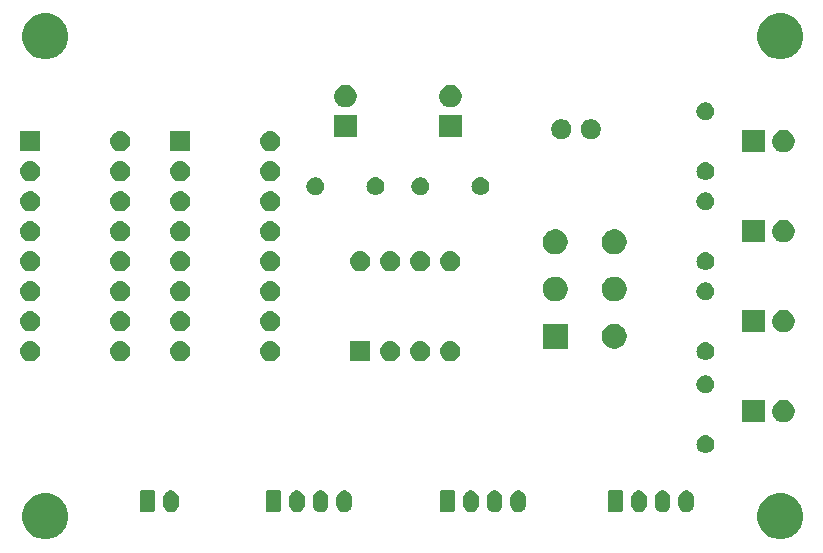
<source format=gbr>
G04 #@! TF.GenerationSoftware,KiCad,Pcbnew,(5.1.2-1)-1*
G04 #@! TF.CreationDate,2019-08-21T21:50:59+10:00*
G04 #@! TF.ProjectId,address-register,61646472-6573-4732-9d72-656769737465,rev?*
G04 #@! TF.SameCoordinates,Original*
G04 #@! TF.FileFunction,Soldermask,Bot*
G04 #@! TF.FilePolarity,Negative*
%FSLAX46Y46*%
G04 Gerber Fmt 4.6, Leading zero omitted, Abs format (unit mm)*
G04 Created by KiCad (PCBNEW (5.1.2-1)-1) date 2019-08-21 21:50:59*
%MOMM*%
%LPD*%
G04 APERTURE LIST*
%ADD10C,0.100000*%
G04 APERTURE END LIST*
D10*
G36*
X83117626Y-60358783D02*
G01*
X83300831Y-60434669D01*
X83471777Y-60505477D01*
X83790503Y-60718443D01*
X84061557Y-60989497D01*
X84246961Y-61266974D01*
X84274524Y-61308225D01*
X84421217Y-61662374D01*
X84496000Y-62038334D01*
X84496000Y-62421666D01*
X84421217Y-62797626D01*
X84274524Y-63151775D01*
X84274523Y-63151777D01*
X84061557Y-63470503D01*
X83790503Y-63741557D01*
X83471777Y-63954523D01*
X83471776Y-63954524D01*
X83471775Y-63954524D01*
X83117626Y-64101217D01*
X82741666Y-64176000D01*
X82358334Y-64176000D01*
X81982374Y-64101217D01*
X81628225Y-63954524D01*
X81628224Y-63954524D01*
X81628223Y-63954523D01*
X81309497Y-63741557D01*
X81038443Y-63470503D01*
X80825477Y-63151777D01*
X80825476Y-63151775D01*
X80678783Y-62797626D01*
X80604000Y-62421666D01*
X80604000Y-62038334D01*
X80678783Y-61662374D01*
X80825476Y-61308225D01*
X80853039Y-61266974D01*
X81038443Y-60989497D01*
X81309497Y-60718443D01*
X81628223Y-60505477D01*
X81799169Y-60434669D01*
X81982374Y-60358783D01*
X82358334Y-60284000D01*
X82741666Y-60284000D01*
X83117626Y-60358783D01*
X83117626Y-60358783D01*
G37*
G36*
X20887626Y-60358783D02*
G01*
X21070831Y-60434669D01*
X21241777Y-60505477D01*
X21560503Y-60718443D01*
X21831557Y-60989497D01*
X22016961Y-61266974D01*
X22044524Y-61308225D01*
X22191217Y-61662374D01*
X22266000Y-62038334D01*
X22266000Y-62421666D01*
X22191217Y-62797626D01*
X22044524Y-63151775D01*
X22044523Y-63151777D01*
X21831557Y-63470503D01*
X21560503Y-63741557D01*
X21241777Y-63954523D01*
X21241776Y-63954524D01*
X21241775Y-63954524D01*
X20887626Y-64101217D01*
X20511666Y-64176000D01*
X20128334Y-64176000D01*
X19752374Y-64101217D01*
X19398225Y-63954524D01*
X19398224Y-63954524D01*
X19398223Y-63954523D01*
X19079497Y-63741557D01*
X18808443Y-63470503D01*
X18595477Y-63151777D01*
X18595476Y-63151775D01*
X18448783Y-62797626D01*
X18374000Y-62421666D01*
X18374000Y-62038334D01*
X18448783Y-61662374D01*
X18595476Y-61308225D01*
X18623039Y-61266974D01*
X18808443Y-60989497D01*
X19079497Y-60718443D01*
X19398223Y-60505477D01*
X19569169Y-60434669D01*
X19752374Y-60358783D01*
X20128334Y-60284000D01*
X20511666Y-60284000D01*
X20887626Y-60358783D01*
X20887626Y-60358783D01*
G37*
G36*
X43751617Y-60043420D02*
G01*
X43832399Y-60067925D01*
X43874335Y-60080646D01*
X43987424Y-60141094D01*
X44086554Y-60222447D01*
X44167906Y-60321575D01*
X44228354Y-60434664D01*
X44238040Y-60466596D01*
X44265580Y-60557382D01*
X44275000Y-60653027D01*
X44275000Y-61266973D01*
X44265580Y-61362618D01*
X44238040Y-61453404D01*
X44228354Y-61485336D01*
X44167906Y-61598425D01*
X44086554Y-61697554D01*
X43987425Y-61778906D01*
X43874336Y-61839354D01*
X43842404Y-61849040D01*
X43751618Y-61876580D01*
X43624000Y-61889149D01*
X43496383Y-61876580D01*
X43405597Y-61849040D01*
X43373665Y-61839354D01*
X43260576Y-61778906D01*
X43161447Y-61697554D01*
X43080096Y-61598427D01*
X43080095Y-61598425D01*
X43019647Y-61485336D01*
X43019645Y-61485333D01*
X43007237Y-61444427D01*
X42982420Y-61362618D01*
X42973000Y-61266973D01*
X42973000Y-60653028D01*
X42982420Y-60557383D01*
X43019645Y-60434669D01*
X43019646Y-60434665D01*
X43080094Y-60321576D01*
X43161447Y-60222446D01*
X43260575Y-60141094D01*
X43373664Y-60080646D01*
X43415600Y-60067925D01*
X43496382Y-60043420D01*
X43624000Y-60030851D01*
X43751617Y-60043420D01*
X43751617Y-60043420D01*
G37*
G36*
X45751617Y-60043420D02*
G01*
X45832399Y-60067925D01*
X45874335Y-60080646D01*
X45987424Y-60141094D01*
X46086554Y-60222447D01*
X46167906Y-60321575D01*
X46228354Y-60434664D01*
X46238040Y-60466596D01*
X46265580Y-60557382D01*
X46275000Y-60653027D01*
X46275000Y-61266973D01*
X46265580Y-61362618D01*
X46238040Y-61453404D01*
X46228354Y-61485336D01*
X46167906Y-61598425D01*
X46086554Y-61697554D01*
X45987425Y-61778906D01*
X45874336Y-61839354D01*
X45842404Y-61849040D01*
X45751618Y-61876580D01*
X45624000Y-61889149D01*
X45496383Y-61876580D01*
X45405597Y-61849040D01*
X45373665Y-61839354D01*
X45260576Y-61778906D01*
X45161447Y-61697554D01*
X45080096Y-61598427D01*
X45080095Y-61598425D01*
X45019647Y-61485336D01*
X45019645Y-61485333D01*
X45007237Y-61444427D01*
X44982420Y-61362618D01*
X44973000Y-61266973D01*
X44973000Y-60653028D01*
X44982420Y-60557383D01*
X45019645Y-60434669D01*
X45019646Y-60434665D01*
X45080094Y-60321576D01*
X45161447Y-60222446D01*
X45260575Y-60141094D01*
X45373664Y-60080646D01*
X45415600Y-60067925D01*
X45496382Y-60043420D01*
X45624000Y-60030851D01*
X45751617Y-60043420D01*
X45751617Y-60043420D01*
G37*
G36*
X56483617Y-60043420D02*
G01*
X56564399Y-60067925D01*
X56606335Y-60080646D01*
X56719424Y-60141094D01*
X56818554Y-60222447D01*
X56899906Y-60321575D01*
X56960354Y-60434664D01*
X56970040Y-60466596D01*
X56997580Y-60557382D01*
X57007000Y-60653027D01*
X57007000Y-61266973D01*
X56997580Y-61362618D01*
X56970040Y-61453404D01*
X56960354Y-61485336D01*
X56899906Y-61598425D01*
X56818554Y-61697554D01*
X56719425Y-61778906D01*
X56606336Y-61839354D01*
X56574404Y-61849040D01*
X56483618Y-61876580D01*
X56356000Y-61889149D01*
X56228383Y-61876580D01*
X56137597Y-61849040D01*
X56105665Y-61839354D01*
X55992576Y-61778906D01*
X55893447Y-61697554D01*
X55812096Y-61598427D01*
X55812095Y-61598425D01*
X55751647Y-61485336D01*
X55751645Y-61485333D01*
X55739237Y-61444427D01*
X55714420Y-61362618D01*
X55705000Y-61266973D01*
X55705000Y-60653028D01*
X55714420Y-60557383D01*
X55751645Y-60434669D01*
X55751646Y-60434665D01*
X55812094Y-60321576D01*
X55893447Y-60222446D01*
X55992575Y-60141094D01*
X56105664Y-60080646D01*
X56147600Y-60067925D01*
X56228382Y-60043420D01*
X56356000Y-60030851D01*
X56483617Y-60043420D01*
X56483617Y-60043420D01*
G37*
G36*
X58483617Y-60043420D02*
G01*
X58564399Y-60067925D01*
X58606335Y-60080646D01*
X58719424Y-60141094D01*
X58818554Y-60222447D01*
X58899906Y-60321575D01*
X58960354Y-60434664D01*
X58970040Y-60466596D01*
X58997580Y-60557382D01*
X59007000Y-60653027D01*
X59007000Y-61266973D01*
X58997580Y-61362618D01*
X58970040Y-61453404D01*
X58960354Y-61485336D01*
X58899906Y-61598425D01*
X58818554Y-61697554D01*
X58719425Y-61778906D01*
X58606336Y-61839354D01*
X58574404Y-61849040D01*
X58483618Y-61876580D01*
X58356000Y-61889149D01*
X58228383Y-61876580D01*
X58137597Y-61849040D01*
X58105665Y-61839354D01*
X57992576Y-61778906D01*
X57893447Y-61697554D01*
X57812096Y-61598427D01*
X57812095Y-61598425D01*
X57751647Y-61485336D01*
X57751645Y-61485333D01*
X57739237Y-61444427D01*
X57714420Y-61362618D01*
X57705000Y-61266973D01*
X57705000Y-60653028D01*
X57714420Y-60557383D01*
X57751645Y-60434669D01*
X57751646Y-60434665D01*
X57812094Y-60321576D01*
X57893447Y-60222446D01*
X57992575Y-60141094D01*
X58105664Y-60080646D01*
X58147600Y-60067925D01*
X58228382Y-60043420D01*
X58356000Y-60030851D01*
X58483617Y-60043420D01*
X58483617Y-60043420D01*
G37*
G36*
X60483617Y-60043420D02*
G01*
X60564399Y-60067925D01*
X60606335Y-60080646D01*
X60719424Y-60141094D01*
X60818554Y-60222447D01*
X60899906Y-60321575D01*
X60960354Y-60434664D01*
X60970040Y-60466596D01*
X60997580Y-60557382D01*
X61007000Y-60653027D01*
X61007000Y-61266973D01*
X60997580Y-61362618D01*
X60970040Y-61453404D01*
X60960354Y-61485336D01*
X60899906Y-61598425D01*
X60818554Y-61697554D01*
X60719425Y-61778906D01*
X60606336Y-61839354D01*
X60574404Y-61849040D01*
X60483618Y-61876580D01*
X60356000Y-61889149D01*
X60228383Y-61876580D01*
X60137597Y-61849040D01*
X60105665Y-61839354D01*
X59992576Y-61778906D01*
X59893447Y-61697554D01*
X59812096Y-61598427D01*
X59812095Y-61598425D01*
X59751647Y-61485336D01*
X59751645Y-61485333D01*
X59739237Y-61444427D01*
X59714420Y-61362618D01*
X59705000Y-61266973D01*
X59705000Y-60653028D01*
X59714420Y-60557383D01*
X59751645Y-60434669D01*
X59751646Y-60434665D01*
X59812094Y-60321576D01*
X59893447Y-60222446D01*
X59992575Y-60141094D01*
X60105664Y-60080646D01*
X60147600Y-60067925D01*
X60228382Y-60043420D01*
X60356000Y-60030851D01*
X60483617Y-60043420D01*
X60483617Y-60043420D01*
G37*
G36*
X70707617Y-60043420D02*
G01*
X70788399Y-60067925D01*
X70830335Y-60080646D01*
X70943424Y-60141094D01*
X71042554Y-60222447D01*
X71123906Y-60321575D01*
X71184354Y-60434664D01*
X71194040Y-60466596D01*
X71221580Y-60557382D01*
X71231000Y-60653027D01*
X71231000Y-61266973D01*
X71221580Y-61362618D01*
X71194040Y-61453404D01*
X71184354Y-61485336D01*
X71123906Y-61598425D01*
X71042554Y-61697554D01*
X70943425Y-61778906D01*
X70830336Y-61839354D01*
X70798404Y-61849040D01*
X70707618Y-61876580D01*
X70580000Y-61889149D01*
X70452383Y-61876580D01*
X70361597Y-61849040D01*
X70329665Y-61839354D01*
X70216576Y-61778906D01*
X70117447Y-61697554D01*
X70036096Y-61598427D01*
X70036095Y-61598425D01*
X69975647Y-61485336D01*
X69975645Y-61485333D01*
X69963237Y-61444427D01*
X69938420Y-61362618D01*
X69929000Y-61266973D01*
X69929000Y-60653028D01*
X69938420Y-60557383D01*
X69975645Y-60434669D01*
X69975646Y-60434665D01*
X70036094Y-60321576D01*
X70117447Y-60222446D01*
X70216575Y-60141094D01*
X70329664Y-60080646D01*
X70371600Y-60067925D01*
X70452382Y-60043420D01*
X70580000Y-60030851D01*
X70707617Y-60043420D01*
X70707617Y-60043420D01*
G37*
G36*
X72707617Y-60043420D02*
G01*
X72788399Y-60067925D01*
X72830335Y-60080646D01*
X72943424Y-60141094D01*
X73042554Y-60222447D01*
X73123906Y-60321575D01*
X73184354Y-60434664D01*
X73194040Y-60466596D01*
X73221580Y-60557382D01*
X73231000Y-60653027D01*
X73231000Y-61266973D01*
X73221580Y-61362618D01*
X73194040Y-61453404D01*
X73184354Y-61485336D01*
X73123906Y-61598425D01*
X73042554Y-61697554D01*
X72943425Y-61778906D01*
X72830336Y-61839354D01*
X72798404Y-61849040D01*
X72707618Y-61876580D01*
X72580000Y-61889149D01*
X72452383Y-61876580D01*
X72361597Y-61849040D01*
X72329665Y-61839354D01*
X72216576Y-61778906D01*
X72117447Y-61697554D01*
X72036096Y-61598427D01*
X72036095Y-61598425D01*
X71975647Y-61485336D01*
X71975645Y-61485333D01*
X71963237Y-61444427D01*
X71938420Y-61362618D01*
X71929000Y-61266973D01*
X71929000Y-60653028D01*
X71938420Y-60557383D01*
X71975645Y-60434669D01*
X71975646Y-60434665D01*
X72036094Y-60321576D01*
X72117447Y-60222446D01*
X72216575Y-60141094D01*
X72329664Y-60080646D01*
X72371600Y-60067925D01*
X72452382Y-60043420D01*
X72580000Y-60030851D01*
X72707617Y-60043420D01*
X72707617Y-60043420D01*
G37*
G36*
X74707617Y-60043420D02*
G01*
X74788399Y-60067925D01*
X74830335Y-60080646D01*
X74943424Y-60141094D01*
X75042554Y-60222447D01*
X75123906Y-60321575D01*
X75184354Y-60434664D01*
X75194040Y-60466596D01*
X75221580Y-60557382D01*
X75231000Y-60653027D01*
X75231000Y-61266973D01*
X75221580Y-61362618D01*
X75194040Y-61453404D01*
X75184354Y-61485336D01*
X75123906Y-61598425D01*
X75042554Y-61697554D01*
X74943425Y-61778906D01*
X74830336Y-61839354D01*
X74798404Y-61849040D01*
X74707618Y-61876580D01*
X74580000Y-61889149D01*
X74452383Y-61876580D01*
X74361597Y-61849040D01*
X74329665Y-61839354D01*
X74216576Y-61778906D01*
X74117447Y-61697554D01*
X74036096Y-61598427D01*
X74036095Y-61598425D01*
X73975647Y-61485336D01*
X73975645Y-61485333D01*
X73963237Y-61444427D01*
X73938420Y-61362618D01*
X73929000Y-61266973D01*
X73929000Y-60653028D01*
X73938420Y-60557383D01*
X73975645Y-60434669D01*
X73975646Y-60434665D01*
X74036094Y-60321576D01*
X74117447Y-60222446D01*
X74216575Y-60141094D01*
X74329664Y-60080646D01*
X74371600Y-60067925D01*
X74452382Y-60043420D01*
X74580000Y-60030851D01*
X74707617Y-60043420D01*
X74707617Y-60043420D01*
G37*
G36*
X41751617Y-60043420D02*
G01*
X41832399Y-60067925D01*
X41874335Y-60080646D01*
X41987424Y-60141094D01*
X42086554Y-60222447D01*
X42167906Y-60321575D01*
X42228354Y-60434664D01*
X42238040Y-60466596D01*
X42265580Y-60557382D01*
X42275000Y-60653027D01*
X42275000Y-61266973D01*
X42265580Y-61362618D01*
X42238040Y-61453404D01*
X42228354Y-61485336D01*
X42167906Y-61598425D01*
X42086554Y-61697554D01*
X41987425Y-61778906D01*
X41874336Y-61839354D01*
X41842404Y-61849040D01*
X41751618Y-61876580D01*
X41624000Y-61889149D01*
X41496383Y-61876580D01*
X41405597Y-61849040D01*
X41373665Y-61839354D01*
X41260576Y-61778906D01*
X41161447Y-61697554D01*
X41080096Y-61598427D01*
X41080095Y-61598425D01*
X41019647Y-61485336D01*
X41019645Y-61485333D01*
X41007237Y-61444427D01*
X40982420Y-61362618D01*
X40973000Y-61266973D01*
X40973000Y-60653028D01*
X40982420Y-60557383D01*
X41019645Y-60434669D01*
X41019646Y-60434665D01*
X41080094Y-60321576D01*
X41161447Y-60222446D01*
X41260575Y-60141094D01*
X41373664Y-60080646D01*
X41415600Y-60067925D01*
X41496382Y-60043420D01*
X41624000Y-60030851D01*
X41751617Y-60043420D01*
X41751617Y-60043420D01*
G37*
G36*
X31083617Y-60043420D02*
G01*
X31164399Y-60067925D01*
X31206335Y-60080646D01*
X31319424Y-60141094D01*
X31418554Y-60222447D01*
X31499906Y-60321575D01*
X31560354Y-60434664D01*
X31570040Y-60466596D01*
X31597580Y-60557382D01*
X31607000Y-60653027D01*
X31607000Y-61266973D01*
X31597580Y-61362618D01*
X31570040Y-61453404D01*
X31560354Y-61485336D01*
X31499906Y-61598425D01*
X31418554Y-61697554D01*
X31319425Y-61778906D01*
X31206336Y-61839354D01*
X31174404Y-61849040D01*
X31083618Y-61876580D01*
X30956000Y-61889149D01*
X30828383Y-61876580D01*
X30737597Y-61849040D01*
X30705665Y-61839354D01*
X30592576Y-61778906D01*
X30493447Y-61697554D01*
X30412096Y-61598427D01*
X30412095Y-61598425D01*
X30351647Y-61485336D01*
X30351645Y-61485333D01*
X30339237Y-61444427D01*
X30314420Y-61362618D01*
X30305000Y-61266973D01*
X30305000Y-60653028D01*
X30314420Y-60557383D01*
X30351645Y-60434669D01*
X30351646Y-60434665D01*
X30412094Y-60321576D01*
X30493447Y-60222446D01*
X30592575Y-60141094D01*
X30705664Y-60080646D01*
X30747600Y-60067925D01*
X30828382Y-60043420D01*
X30956000Y-60030851D01*
X31083617Y-60043420D01*
X31083617Y-60043420D01*
G37*
G36*
X69071242Y-60038404D02*
G01*
X69108337Y-60049657D01*
X69142515Y-60067925D01*
X69172481Y-60092519D01*
X69197075Y-60122485D01*
X69215343Y-60156663D01*
X69226596Y-60193758D01*
X69231000Y-60238474D01*
X69231000Y-61681526D01*
X69226596Y-61726242D01*
X69215343Y-61763337D01*
X69197075Y-61797515D01*
X69172481Y-61827481D01*
X69142515Y-61852075D01*
X69108337Y-61870343D01*
X69071242Y-61881596D01*
X69026526Y-61886000D01*
X68133474Y-61886000D01*
X68088758Y-61881596D01*
X68051663Y-61870343D01*
X68017485Y-61852075D01*
X67987519Y-61827481D01*
X67962925Y-61797515D01*
X67944657Y-61763337D01*
X67933404Y-61726242D01*
X67929000Y-61681526D01*
X67929000Y-60238474D01*
X67933404Y-60193758D01*
X67944657Y-60156663D01*
X67962925Y-60122485D01*
X67987519Y-60092519D01*
X68017485Y-60067925D01*
X68051663Y-60049657D01*
X68088758Y-60038404D01*
X68133474Y-60034000D01*
X69026526Y-60034000D01*
X69071242Y-60038404D01*
X69071242Y-60038404D01*
G37*
G36*
X54847242Y-60038404D02*
G01*
X54884337Y-60049657D01*
X54918515Y-60067925D01*
X54948481Y-60092519D01*
X54973075Y-60122485D01*
X54991343Y-60156663D01*
X55002596Y-60193758D01*
X55007000Y-60238474D01*
X55007000Y-61681526D01*
X55002596Y-61726242D01*
X54991343Y-61763337D01*
X54973075Y-61797515D01*
X54948481Y-61827481D01*
X54918515Y-61852075D01*
X54884337Y-61870343D01*
X54847242Y-61881596D01*
X54802526Y-61886000D01*
X53909474Y-61886000D01*
X53864758Y-61881596D01*
X53827663Y-61870343D01*
X53793485Y-61852075D01*
X53763519Y-61827481D01*
X53738925Y-61797515D01*
X53720657Y-61763337D01*
X53709404Y-61726242D01*
X53705000Y-61681526D01*
X53705000Y-60238474D01*
X53709404Y-60193758D01*
X53720657Y-60156663D01*
X53738925Y-60122485D01*
X53763519Y-60092519D01*
X53793485Y-60067925D01*
X53827663Y-60049657D01*
X53864758Y-60038404D01*
X53909474Y-60034000D01*
X54802526Y-60034000D01*
X54847242Y-60038404D01*
X54847242Y-60038404D01*
G37*
G36*
X40115242Y-60038404D02*
G01*
X40152337Y-60049657D01*
X40186515Y-60067925D01*
X40216481Y-60092519D01*
X40241075Y-60122485D01*
X40259343Y-60156663D01*
X40270596Y-60193758D01*
X40275000Y-60238474D01*
X40275000Y-61681526D01*
X40270596Y-61726242D01*
X40259343Y-61763337D01*
X40241075Y-61797515D01*
X40216481Y-61827481D01*
X40186515Y-61852075D01*
X40152337Y-61870343D01*
X40115242Y-61881596D01*
X40070526Y-61886000D01*
X39177474Y-61886000D01*
X39132758Y-61881596D01*
X39095663Y-61870343D01*
X39061485Y-61852075D01*
X39031519Y-61827481D01*
X39006925Y-61797515D01*
X38988657Y-61763337D01*
X38977404Y-61726242D01*
X38973000Y-61681526D01*
X38973000Y-60238474D01*
X38977404Y-60193758D01*
X38988657Y-60156663D01*
X39006925Y-60122485D01*
X39031519Y-60092519D01*
X39061485Y-60067925D01*
X39095663Y-60049657D01*
X39132758Y-60038404D01*
X39177474Y-60034000D01*
X40070526Y-60034000D01*
X40115242Y-60038404D01*
X40115242Y-60038404D01*
G37*
G36*
X29447242Y-60038404D02*
G01*
X29484337Y-60049657D01*
X29518515Y-60067925D01*
X29548481Y-60092519D01*
X29573075Y-60122485D01*
X29591343Y-60156663D01*
X29602596Y-60193758D01*
X29607000Y-60238474D01*
X29607000Y-61681526D01*
X29602596Y-61726242D01*
X29591343Y-61763337D01*
X29573075Y-61797515D01*
X29548481Y-61827481D01*
X29518515Y-61852075D01*
X29484337Y-61870343D01*
X29447242Y-61881596D01*
X29402526Y-61886000D01*
X28509474Y-61886000D01*
X28464758Y-61881596D01*
X28427663Y-61870343D01*
X28393485Y-61852075D01*
X28363519Y-61827481D01*
X28338925Y-61797515D01*
X28320657Y-61763337D01*
X28309404Y-61726242D01*
X28305000Y-61681526D01*
X28305000Y-60238474D01*
X28309404Y-60193758D01*
X28320657Y-60156663D01*
X28338925Y-60122485D01*
X28363519Y-60092519D01*
X28393485Y-60067925D01*
X28427663Y-60049657D01*
X28464758Y-60038404D01*
X28509474Y-60034000D01*
X29402526Y-60034000D01*
X29447242Y-60038404D01*
X29447242Y-60038404D01*
G37*
G36*
X76273665Y-55386622D02*
G01*
X76347222Y-55393867D01*
X76488786Y-55436810D01*
X76619252Y-55506546D01*
X76649040Y-55530992D01*
X76733607Y-55600393D01*
X76803008Y-55684960D01*
X76827454Y-55714748D01*
X76897190Y-55845214D01*
X76940133Y-55986778D01*
X76954633Y-56134000D01*
X76940133Y-56281222D01*
X76897190Y-56422786D01*
X76827454Y-56553252D01*
X76803008Y-56583040D01*
X76733607Y-56667607D01*
X76649040Y-56737008D01*
X76619252Y-56761454D01*
X76488786Y-56831190D01*
X76347222Y-56874133D01*
X76273665Y-56881378D01*
X76236888Y-56885000D01*
X76163112Y-56885000D01*
X76126335Y-56881378D01*
X76052778Y-56874133D01*
X75911214Y-56831190D01*
X75780748Y-56761454D01*
X75750960Y-56737008D01*
X75666393Y-56667607D01*
X75596992Y-56583040D01*
X75572546Y-56553252D01*
X75502810Y-56422786D01*
X75459867Y-56281222D01*
X75445367Y-56134000D01*
X75459867Y-55986778D01*
X75502810Y-55845214D01*
X75572546Y-55714748D01*
X75596992Y-55684960D01*
X75666393Y-55600393D01*
X75750960Y-55530992D01*
X75780748Y-55506546D01*
X75911214Y-55436810D01*
X76052778Y-55393867D01*
X76126335Y-55386622D01*
X76163112Y-55383000D01*
X76236888Y-55383000D01*
X76273665Y-55386622D01*
X76273665Y-55386622D01*
G37*
G36*
X81215000Y-54291000D02*
G01*
X79313000Y-54291000D01*
X79313000Y-52389000D01*
X81215000Y-52389000D01*
X81215000Y-54291000D01*
X81215000Y-54291000D01*
G37*
G36*
X83081395Y-52425546D02*
G01*
X83254466Y-52497234D01*
X83254467Y-52497235D01*
X83410227Y-52601310D01*
X83542690Y-52733773D01*
X83542691Y-52733775D01*
X83646766Y-52889534D01*
X83718454Y-53062605D01*
X83755000Y-53246333D01*
X83755000Y-53433667D01*
X83718454Y-53617395D01*
X83646766Y-53790466D01*
X83646765Y-53790467D01*
X83542690Y-53946227D01*
X83410227Y-54078690D01*
X83331818Y-54131081D01*
X83254466Y-54182766D01*
X83081395Y-54254454D01*
X82897667Y-54291000D01*
X82710333Y-54291000D01*
X82526605Y-54254454D01*
X82353534Y-54182766D01*
X82276182Y-54131081D01*
X82197773Y-54078690D01*
X82065310Y-53946227D01*
X81961235Y-53790467D01*
X81961234Y-53790466D01*
X81889546Y-53617395D01*
X81853000Y-53433667D01*
X81853000Y-53246333D01*
X81889546Y-53062605D01*
X81961234Y-52889534D01*
X82065309Y-52733775D01*
X82065310Y-52733773D01*
X82197773Y-52601310D01*
X82353533Y-52497235D01*
X82353534Y-52497234D01*
X82526605Y-52425546D01*
X82710333Y-52389000D01*
X82897667Y-52389000D01*
X83081395Y-52425546D01*
X83081395Y-52425546D01*
G37*
G36*
X76419059Y-50331860D02*
G01*
X76555732Y-50388472D01*
X76678735Y-50470660D01*
X76783340Y-50575265D01*
X76865528Y-50698268D01*
X76922140Y-50834941D01*
X76951000Y-50980033D01*
X76951000Y-51127967D01*
X76922140Y-51273059D01*
X76865528Y-51409732D01*
X76783340Y-51532735D01*
X76678735Y-51637340D01*
X76555732Y-51719528D01*
X76555731Y-51719529D01*
X76555730Y-51719529D01*
X76419059Y-51776140D01*
X76273968Y-51805000D01*
X76126032Y-51805000D01*
X75980941Y-51776140D01*
X75844270Y-51719529D01*
X75844269Y-51719529D01*
X75844268Y-51719528D01*
X75721265Y-51637340D01*
X75616660Y-51532735D01*
X75534472Y-51409732D01*
X75477860Y-51273059D01*
X75449000Y-51127967D01*
X75449000Y-50980033D01*
X75477860Y-50834941D01*
X75534472Y-50698268D01*
X75616660Y-50575265D01*
X75721265Y-50470660D01*
X75844268Y-50388472D01*
X75980941Y-50331860D01*
X76126032Y-50303000D01*
X76273968Y-50303000D01*
X76419059Y-50331860D01*
X76419059Y-50331860D01*
G37*
G36*
X47841000Y-49111000D02*
G01*
X46139000Y-49111000D01*
X46139000Y-47409000D01*
X47841000Y-47409000D01*
X47841000Y-49111000D01*
X47841000Y-49111000D01*
G37*
G36*
X39536823Y-47421313D02*
G01*
X39697242Y-47469976D01*
X39790581Y-47519867D01*
X39845078Y-47548996D01*
X39974659Y-47655341D01*
X40081004Y-47784922D01*
X40081005Y-47784924D01*
X40160024Y-47932758D01*
X40208687Y-48093177D01*
X40225117Y-48260000D01*
X40208687Y-48426823D01*
X40160024Y-48587242D01*
X40089114Y-48719906D01*
X40081004Y-48735078D01*
X39974659Y-48864659D01*
X39845078Y-48971004D01*
X39845076Y-48971005D01*
X39697242Y-49050024D01*
X39536823Y-49098687D01*
X39411804Y-49111000D01*
X39328196Y-49111000D01*
X39203177Y-49098687D01*
X39042758Y-49050024D01*
X38894924Y-48971005D01*
X38894922Y-48971004D01*
X38765341Y-48864659D01*
X38658996Y-48735078D01*
X38650886Y-48719906D01*
X38579976Y-48587242D01*
X38531313Y-48426823D01*
X38514883Y-48260000D01*
X38531313Y-48093177D01*
X38579976Y-47932758D01*
X38658995Y-47784924D01*
X38658996Y-47784922D01*
X38765341Y-47655341D01*
X38894922Y-47548996D01*
X38949419Y-47519867D01*
X39042758Y-47469976D01*
X39203177Y-47421313D01*
X39328196Y-47409000D01*
X39411804Y-47409000D01*
X39536823Y-47421313D01*
X39536823Y-47421313D01*
G37*
G36*
X31916823Y-47421313D02*
G01*
X32077242Y-47469976D01*
X32170581Y-47519867D01*
X32225078Y-47548996D01*
X32354659Y-47655341D01*
X32461004Y-47784922D01*
X32461005Y-47784924D01*
X32540024Y-47932758D01*
X32588687Y-48093177D01*
X32605117Y-48260000D01*
X32588687Y-48426823D01*
X32540024Y-48587242D01*
X32469114Y-48719906D01*
X32461004Y-48735078D01*
X32354659Y-48864659D01*
X32225078Y-48971004D01*
X32225076Y-48971005D01*
X32077242Y-49050024D01*
X31916823Y-49098687D01*
X31791804Y-49111000D01*
X31708196Y-49111000D01*
X31583177Y-49098687D01*
X31422758Y-49050024D01*
X31274924Y-48971005D01*
X31274922Y-48971004D01*
X31145341Y-48864659D01*
X31038996Y-48735078D01*
X31030886Y-48719906D01*
X30959976Y-48587242D01*
X30911313Y-48426823D01*
X30894883Y-48260000D01*
X30911313Y-48093177D01*
X30959976Y-47932758D01*
X31038995Y-47784924D01*
X31038996Y-47784922D01*
X31145341Y-47655341D01*
X31274922Y-47548996D01*
X31329419Y-47519867D01*
X31422758Y-47469976D01*
X31583177Y-47421313D01*
X31708196Y-47409000D01*
X31791804Y-47409000D01*
X31916823Y-47421313D01*
X31916823Y-47421313D01*
G37*
G36*
X54776823Y-47421313D02*
G01*
X54937242Y-47469976D01*
X55030581Y-47519867D01*
X55085078Y-47548996D01*
X55214659Y-47655341D01*
X55321004Y-47784922D01*
X55321005Y-47784924D01*
X55400024Y-47932758D01*
X55448687Y-48093177D01*
X55465117Y-48260000D01*
X55448687Y-48426823D01*
X55400024Y-48587242D01*
X55329114Y-48719906D01*
X55321004Y-48735078D01*
X55214659Y-48864659D01*
X55085078Y-48971004D01*
X55085076Y-48971005D01*
X54937242Y-49050024D01*
X54776823Y-49098687D01*
X54651804Y-49111000D01*
X54568196Y-49111000D01*
X54443177Y-49098687D01*
X54282758Y-49050024D01*
X54134924Y-48971005D01*
X54134922Y-48971004D01*
X54005341Y-48864659D01*
X53898996Y-48735078D01*
X53890886Y-48719906D01*
X53819976Y-48587242D01*
X53771313Y-48426823D01*
X53754883Y-48260000D01*
X53771313Y-48093177D01*
X53819976Y-47932758D01*
X53898995Y-47784924D01*
X53898996Y-47784922D01*
X54005341Y-47655341D01*
X54134922Y-47548996D01*
X54189419Y-47519867D01*
X54282758Y-47469976D01*
X54443177Y-47421313D01*
X54568196Y-47409000D01*
X54651804Y-47409000D01*
X54776823Y-47421313D01*
X54776823Y-47421313D01*
G37*
G36*
X52236823Y-47421313D02*
G01*
X52397242Y-47469976D01*
X52490581Y-47519867D01*
X52545078Y-47548996D01*
X52674659Y-47655341D01*
X52781004Y-47784922D01*
X52781005Y-47784924D01*
X52860024Y-47932758D01*
X52908687Y-48093177D01*
X52925117Y-48260000D01*
X52908687Y-48426823D01*
X52860024Y-48587242D01*
X52789114Y-48719906D01*
X52781004Y-48735078D01*
X52674659Y-48864659D01*
X52545078Y-48971004D01*
X52545076Y-48971005D01*
X52397242Y-49050024D01*
X52236823Y-49098687D01*
X52111804Y-49111000D01*
X52028196Y-49111000D01*
X51903177Y-49098687D01*
X51742758Y-49050024D01*
X51594924Y-48971005D01*
X51594922Y-48971004D01*
X51465341Y-48864659D01*
X51358996Y-48735078D01*
X51350886Y-48719906D01*
X51279976Y-48587242D01*
X51231313Y-48426823D01*
X51214883Y-48260000D01*
X51231313Y-48093177D01*
X51279976Y-47932758D01*
X51358995Y-47784924D01*
X51358996Y-47784922D01*
X51465341Y-47655341D01*
X51594922Y-47548996D01*
X51649419Y-47519867D01*
X51742758Y-47469976D01*
X51903177Y-47421313D01*
X52028196Y-47409000D01*
X52111804Y-47409000D01*
X52236823Y-47421313D01*
X52236823Y-47421313D01*
G37*
G36*
X49696823Y-47421313D02*
G01*
X49857242Y-47469976D01*
X49950581Y-47519867D01*
X50005078Y-47548996D01*
X50134659Y-47655341D01*
X50241004Y-47784922D01*
X50241005Y-47784924D01*
X50320024Y-47932758D01*
X50368687Y-48093177D01*
X50385117Y-48260000D01*
X50368687Y-48426823D01*
X50320024Y-48587242D01*
X50249114Y-48719906D01*
X50241004Y-48735078D01*
X50134659Y-48864659D01*
X50005078Y-48971004D01*
X50005076Y-48971005D01*
X49857242Y-49050024D01*
X49696823Y-49098687D01*
X49571804Y-49111000D01*
X49488196Y-49111000D01*
X49363177Y-49098687D01*
X49202758Y-49050024D01*
X49054924Y-48971005D01*
X49054922Y-48971004D01*
X48925341Y-48864659D01*
X48818996Y-48735078D01*
X48810886Y-48719906D01*
X48739976Y-48587242D01*
X48691313Y-48426823D01*
X48674883Y-48260000D01*
X48691313Y-48093177D01*
X48739976Y-47932758D01*
X48818995Y-47784924D01*
X48818996Y-47784922D01*
X48925341Y-47655341D01*
X49054922Y-47548996D01*
X49109419Y-47519867D01*
X49202758Y-47469976D01*
X49363177Y-47421313D01*
X49488196Y-47409000D01*
X49571804Y-47409000D01*
X49696823Y-47421313D01*
X49696823Y-47421313D01*
G37*
G36*
X26836823Y-47421313D02*
G01*
X26997242Y-47469976D01*
X27090581Y-47519867D01*
X27145078Y-47548996D01*
X27274659Y-47655341D01*
X27381004Y-47784922D01*
X27381005Y-47784924D01*
X27460024Y-47932758D01*
X27508687Y-48093177D01*
X27525117Y-48260000D01*
X27508687Y-48426823D01*
X27460024Y-48587242D01*
X27389114Y-48719906D01*
X27381004Y-48735078D01*
X27274659Y-48864659D01*
X27145078Y-48971004D01*
X27145076Y-48971005D01*
X26997242Y-49050024D01*
X26836823Y-49098687D01*
X26711804Y-49111000D01*
X26628196Y-49111000D01*
X26503177Y-49098687D01*
X26342758Y-49050024D01*
X26194924Y-48971005D01*
X26194922Y-48971004D01*
X26065341Y-48864659D01*
X25958996Y-48735078D01*
X25950886Y-48719906D01*
X25879976Y-48587242D01*
X25831313Y-48426823D01*
X25814883Y-48260000D01*
X25831313Y-48093177D01*
X25879976Y-47932758D01*
X25958995Y-47784924D01*
X25958996Y-47784922D01*
X26065341Y-47655341D01*
X26194922Y-47548996D01*
X26249419Y-47519867D01*
X26342758Y-47469976D01*
X26503177Y-47421313D01*
X26628196Y-47409000D01*
X26711804Y-47409000D01*
X26836823Y-47421313D01*
X26836823Y-47421313D01*
G37*
G36*
X19216823Y-47421313D02*
G01*
X19377242Y-47469976D01*
X19470581Y-47519867D01*
X19525078Y-47548996D01*
X19654659Y-47655341D01*
X19761004Y-47784922D01*
X19761005Y-47784924D01*
X19840024Y-47932758D01*
X19888687Y-48093177D01*
X19905117Y-48260000D01*
X19888687Y-48426823D01*
X19840024Y-48587242D01*
X19769114Y-48719906D01*
X19761004Y-48735078D01*
X19654659Y-48864659D01*
X19525078Y-48971004D01*
X19525076Y-48971005D01*
X19377242Y-49050024D01*
X19216823Y-49098687D01*
X19091804Y-49111000D01*
X19008196Y-49111000D01*
X18883177Y-49098687D01*
X18722758Y-49050024D01*
X18574924Y-48971005D01*
X18574922Y-48971004D01*
X18445341Y-48864659D01*
X18338996Y-48735078D01*
X18330886Y-48719906D01*
X18259976Y-48587242D01*
X18211313Y-48426823D01*
X18194883Y-48260000D01*
X18211313Y-48093177D01*
X18259976Y-47932758D01*
X18338995Y-47784924D01*
X18338996Y-47784922D01*
X18445341Y-47655341D01*
X18574922Y-47548996D01*
X18629419Y-47519867D01*
X18722758Y-47469976D01*
X18883177Y-47421313D01*
X19008196Y-47409000D01*
X19091804Y-47409000D01*
X19216823Y-47421313D01*
X19216823Y-47421313D01*
G37*
G36*
X76273665Y-47512622D02*
G01*
X76347222Y-47519867D01*
X76488786Y-47562810D01*
X76619252Y-47632546D01*
X76647028Y-47655341D01*
X76733607Y-47726393D01*
X76799237Y-47806365D01*
X76827454Y-47840748D01*
X76897190Y-47971214D01*
X76940133Y-48112778D01*
X76954633Y-48260000D01*
X76940133Y-48407222D01*
X76897190Y-48548786D01*
X76827454Y-48679252D01*
X76803008Y-48709040D01*
X76733607Y-48793607D01*
X76649040Y-48863008D01*
X76619252Y-48887454D01*
X76488786Y-48957190D01*
X76347222Y-49000133D01*
X76273665Y-49007378D01*
X76236888Y-49011000D01*
X76163112Y-49011000D01*
X76126335Y-49007378D01*
X76052778Y-49000133D01*
X75911214Y-48957190D01*
X75780748Y-48887454D01*
X75750960Y-48863008D01*
X75666393Y-48793607D01*
X75596992Y-48709040D01*
X75572546Y-48679252D01*
X75502810Y-48548786D01*
X75459867Y-48407222D01*
X75445367Y-48260000D01*
X75459867Y-48112778D01*
X75502810Y-47971214D01*
X75572546Y-47840748D01*
X75600763Y-47806365D01*
X75666393Y-47726393D01*
X75752972Y-47655341D01*
X75780748Y-47632546D01*
X75911214Y-47562810D01*
X76052778Y-47519867D01*
X76126335Y-47512622D01*
X76163112Y-47509000D01*
X76236888Y-47509000D01*
X76273665Y-47512622D01*
X76273665Y-47512622D01*
G37*
G36*
X64551000Y-48041000D02*
G01*
X62449000Y-48041000D01*
X62449000Y-45939000D01*
X64551000Y-45939000D01*
X64551000Y-48041000D01*
X64551000Y-48041000D01*
G37*
G36*
X68806564Y-45979389D02*
G01*
X68970376Y-46047242D01*
X68997835Y-46058616D01*
X69169973Y-46173635D01*
X69316365Y-46320027D01*
X69409017Y-46458690D01*
X69431385Y-46492167D01*
X69510611Y-46683436D01*
X69551000Y-46886484D01*
X69551000Y-47093516D01*
X69510611Y-47296564D01*
X69431385Y-47487833D01*
X69431384Y-47487835D01*
X69316365Y-47659973D01*
X69169973Y-47806365D01*
X68997835Y-47921384D01*
X68997834Y-47921385D01*
X68997833Y-47921385D01*
X68806564Y-48000611D01*
X68603516Y-48041000D01*
X68396484Y-48041000D01*
X68193436Y-48000611D01*
X68002167Y-47921385D01*
X68002166Y-47921385D01*
X68002165Y-47921384D01*
X67830027Y-47806365D01*
X67683635Y-47659973D01*
X67568616Y-47487835D01*
X67568615Y-47487833D01*
X67489389Y-47296564D01*
X67449000Y-47093516D01*
X67449000Y-46886484D01*
X67489389Y-46683436D01*
X67568615Y-46492167D01*
X67590984Y-46458690D01*
X67683635Y-46320027D01*
X67830027Y-46173635D01*
X68002165Y-46058616D01*
X68029624Y-46047242D01*
X68193436Y-45979389D01*
X68396484Y-45939000D01*
X68603516Y-45939000D01*
X68806564Y-45979389D01*
X68806564Y-45979389D01*
G37*
G36*
X83081395Y-44805546D02*
G01*
X83254466Y-44877234D01*
X83260572Y-44881314D01*
X83410227Y-44981310D01*
X83542690Y-45113773D01*
X83595081Y-45192182D01*
X83646766Y-45269534D01*
X83718454Y-45442605D01*
X83755000Y-45626333D01*
X83755000Y-45813667D01*
X83718454Y-45997395D01*
X83646766Y-46170466D01*
X83630322Y-46195076D01*
X83542690Y-46326227D01*
X83410227Y-46458690D01*
X83360128Y-46492165D01*
X83254466Y-46562766D01*
X83081395Y-46634454D01*
X82897667Y-46671000D01*
X82710333Y-46671000D01*
X82526605Y-46634454D01*
X82353534Y-46562766D01*
X82247872Y-46492165D01*
X82197773Y-46458690D01*
X82065310Y-46326227D01*
X81977678Y-46195076D01*
X81961234Y-46170466D01*
X81889546Y-45997395D01*
X81853000Y-45813667D01*
X81853000Y-45626333D01*
X81889546Y-45442605D01*
X81961234Y-45269534D01*
X82012919Y-45192182D01*
X82065310Y-45113773D01*
X82197773Y-44981310D01*
X82347428Y-44881314D01*
X82353534Y-44877234D01*
X82526605Y-44805546D01*
X82710333Y-44769000D01*
X82897667Y-44769000D01*
X83081395Y-44805546D01*
X83081395Y-44805546D01*
G37*
G36*
X81215000Y-46671000D02*
G01*
X79313000Y-46671000D01*
X79313000Y-44769000D01*
X81215000Y-44769000D01*
X81215000Y-46671000D01*
X81215000Y-46671000D01*
G37*
G36*
X26836823Y-44881313D02*
G01*
X26997242Y-44929976D01*
X27093279Y-44981309D01*
X27145078Y-45008996D01*
X27274659Y-45115341D01*
X27381004Y-45244922D01*
X27381005Y-45244924D01*
X27460024Y-45392758D01*
X27508687Y-45553177D01*
X27525117Y-45720000D01*
X27508687Y-45886823D01*
X27460024Y-46047242D01*
X27453944Y-46058616D01*
X27381004Y-46195078D01*
X27274659Y-46324659D01*
X27145078Y-46431004D01*
X27145076Y-46431005D01*
X26997242Y-46510024D01*
X26836823Y-46558687D01*
X26711804Y-46571000D01*
X26628196Y-46571000D01*
X26503177Y-46558687D01*
X26342758Y-46510024D01*
X26194924Y-46431005D01*
X26194922Y-46431004D01*
X26065341Y-46324659D01*
X25958996Y-46195078D01*
X25886056Y-46058616D01*
X25879976Y-46047242D01*
X25831313Y-45886823D01*
X25814883Y-45720000D01*
X25831313Y-45553177D01*
X25879976Y-45392758D01*
X25958995Y-45244924D01*
X25958996Y-45244922D01*
X26065341Y-45115341D01*
X26194922Y-45008996D01*
X26246721Y-44981309D01*
X26342758Y-44929976D01*
X26503177Y-44881313D01*
X26628196Y-44869000D01*
X26711804Y-44869000D01*
X26836823Y-44881313D01*
X26836823Y-44881313D01*
G37*
G36*
X31916823Y-44881313D02*
G01*
X32077242Y-44929976D01*
X32173279Y-44981309D01*
X32225078Y-45008996D01*
X32354659Y-45115341D01*
X32461004Y-45244922D01*
X32461005Y-45244924D01*
X32540024Y-45392758D01*
X32588687Y-45553177D01*
X32605117Y-45720000D01*
X32588687Y-45886823D01*
X32540024Y-46047242D01*
X32533944Y-46058616D01*
X32461004Y-46195078D01*
X32354659Y-46324659D01*
X32225078Y-46431004D01*
X32225076Y-46431005D01*
X32077242Y-46510024D01*
X31916823Y-46558687D01*
X31791804Y-46571000D01*
X31708196Y-46571000D01*
X31583177Y-46558687D01*
X31422758Y-46510024D01*
X31274924Y-46431005D01*
X31274922Y-46431004D01*
X31145341Y-46324659D01*
X31038996Y-46195078D01*
X30966056Y-46058616D01*
X30959976Y-46047242D01*
X30911313Y-45886823D01*
X30894883Y-45720000D01*
X30911313Y-45553177D01*
X30959976Y-45392758D01*
X31038995Y-45244924D01*
X31038996Y-45244922D01*
X31145341Y-45115341D01*
X31274922Y-45008996D01*
X31326721Y-44981309D01*
X31422758Y-44929976D01*
X31583177Y-44881313D01*
X31708196Y-44869000D01*
X31791804Y-44869000D01*
X31916823Y-44881313D01*
X31916823Y-44881313D01*
G37*
G36*
X19216823Y-44881313D02*
G01*
X19377242Y-44929976D01*
X19473279Y-44981309D01*
X19525078Y-45008996D01*
X19654659Y-45115341D01*
X19761004Y-45244922D01*
X19761005Y-45244924D01*
X19840024Y-45392758D01*
X19888687Y-45553177D01*
X19905117Y-45720000D01*
X19888687Y-45886823D01*
X19840024Y-46047242D01*
X19833944Y-46058616D01*
X19761004Y-46195078D01*
X19654659Y-46324659D01*
X19525078Y-46431004D01*
X19525076Y-46431005D01*
X19377242Y-46510024D01*
X19216823Y-46558687D01*
X19091804Y-46571000D01*
X19008196Y-46571000D01*
X18883177Y-46558687D01*
X18722758Y-46510024D01*
X18574924Y-46431005D01*
X18574922Y-46431004D01*
X18445341Y-46324659D01*
X18338996Y-46195078D01*
X18266056Y-46058616D01*
X18259976Y-46047242D01*
X18211313Y-45886823D01*
X18194883Y-45720000D01*
X18211313Y-45553177D01*
X18259976Y-45392758D01*
X18338995Y-45244924D01*
X18338996Y-45244922D01*
X18445341Y-45115341D01*
X18574922Y-45008996D01*
X18626721Y-44981309D01*
X18722758Y-44929976D01*
X18883177Y-44881313D01*
X19008196Y-44869000D01*
X19091804Y-44869000D01*
X19216823Y-44881313D01*
X19216823Y-44881313D01*
G37*
G36*
X39536823Y-44881313D02*
G01*
X39697242Y-44929976D01*
X39793279Y-44981309D01*
X39845078Y-45008996D01*
X39974659Y-45115341D01*
X40081004Y-45244922D01*
X40081005Y-45244924D01*
X40160024Y-45392758D01*
X40208687Y-45553177D01*
X40225117Y-45720000D01*
X40208687Y-45886823D01*
X40160024Y-46047242D01*
X40153944Y-46058616D01*
X40081004Y-46195078D01*
X39974659Y-46324659D01*
X39845078Y-46431004D01*
X39845076Y-46431005D01*
X39697242Y-46510024D01*
X39536823Y-46558687D01*
X39411804Y-46571000D01*
X39328196Y-46571000D01*
X39203177Y-46558687D01*
X39042758Y-46510024D01*
X38894924Y-46431005D01*
X38894922Y-46431004D01*
X38765341Y-46324659D01*
X38658996Y-46195078D01*
X38586056Y-46058616D01*
X38579976Y-46047242D01*
X38531313Y-45886823D01*
X38514883Y-45720000D01*
X38531313Y-45553177D01*
X38579976Y-45392758D01*
X38658995Y-45244924D01*
X38658996Y-45244922D01*
X38765341Y-45115341D01*
X38894922Y-45008996D01*
X38946721Y-44981309D01*
X39042758Y-44929976D01*
X39203177Y-44881313D01*
X39328196Y-44869000D01*
X39411804Y-44869000D01*
X39536823Y-44881313D01*
X39536823Y-44881313D01*
G37*
G36*
X68806564Y-41979389D02*
G01*
X68997833Y-42058615D01*
X68997835Y-42058616D01*
X69169973Y-42173635D01*
X69316365Y-42320027D01*
X69330589Y-42341314D01*
X69431385Y-42492167D01*
X69510611Y-42683436D01*
X69551000Y-42886484D01*
X69551000Y-43093516D01*
X69510611Y-43296564D01*
X69489793Y-43346823D01*
X69431384Y-43487835D01*
X69316365Y-43659973D01*
X69169973Y-43806365D01*
X68997835Y-43921384D01*
X68997834Y-43921385D01*
X68997833Y-43921385D01*
X68806564Y-44000611D01*
X68603516Y-44041000D01*
X68396484Y-44041000D01*
X68193436Y-44000611D01*
X68002167Y-43921385D01*
X68002166Y-43921385D01*
X68002165Y-43921384D01*
X67830027Y-43806365D01*
X67683635Y-43659973D01*
X67568616Y-43487835D01*
X67510207Y-43346823D01*
X67489389Y-43296564D01*
X67449000Y-43093516D01*
X67449000Y-42886484D01*
X67489389Y-42683436D01*
X67568615Y-42492167D01*
X67669412Y-42341314D01*
X67683635Y-42320027D01*
X67830027Y-42173635D01*
X68002165Y-42058616D01*
X68002167Y-42058615D01*
X68193436Y-41979389D01*
X68396484Y-41939000D01*
X68603516Y-41939000D01*
X68806564Y-41979389D01*
X68806564Y-41979389D01*
G37*
G36*
X63806564Y-41979389D02*
G01*
X63997833Y-42058615D01*
X63997835Y-42058616D01*
X64169973Y-42173635D01*
X64316365Y-42320027D01*
X64330589Y-42341314D01*
X64431385Y-42492167D01*
X64510611Y-42683436D01*
X64551000Y-42886484D01*
X64551000Y-43093516D01*
X64510611Y-43296564D01*
X64489793Y-43346823D01*
X64431384Y-43487835D01*
X64316365Y-43659973D01*
X64169973Y-43806365D01*
X63997835Y-43921384D01*
X63997834Y-43921385D01*
X63997833Y-43921385D01*
X63806564Y-44000611D01*
X63603516Y-44041000D01*
X63396484Y-44041000D01*
X63193436Y-44000611D01*
X63002167Y-43921385D01*
X63002166Y-43921385D01*
X63002165Y-43921384D01*
X62830027Y-43806365D01*
X62683635Y-43659973D01*
X62568616Y-43487835D01*
X62510207Y-43346823D01*
X62489389Y-43296564D01*
X62449000Y-43093516D01*
X62449000Y-42886484D01*
X62489389Y-42683436D01*
X62568615Y-42492167D01*
X62669412Y-42341314D01*
X62683635Y-42320027D01*
X62830027Y-42173635D01*
X63002165Y-42058616D01*
X63002167Y-42058615D01*
X63193436Y-41979389D01*
X63396484Y-41939000D01*
X63603516Y-41939000D01*
X63806564Y-41979389D01*
X63806564Y-41979389D01*
G37*
G36*
X19216823Y-42341313D02*
G01*
X19377242Y-42389976D01*
X19504244Y-42457860D01*
X19525078Y-42468996D01*
X19654659Y-42575341D01*
X19761004Y-42704922D01*
X19761005Y-42704924D01*
X19840024Y-42852758D01*
X19888687Y-43013177D01*
X19905117Y-43180000D01*
X19888687Y-43346823D01*
X19840024Y-43507242D01*
X19769114Y-43639906D01*
X19761004Y-43655078D01*
X19654659Y-43784659D01*
X19525078Y-43891004D01*
X19525076Y-43891005D01*
X19377242Y-43970024D01*
X19216823Y-44018687D01*
X19091804Y-44031000D01*
X19008196Y-44031000D01*
X18883177Y-44018687D01*
X18722758Y-43970024D01*
X18574924Y-43891005D01*
X18574922Y-43891004D01*
X18445341Y-43784659D01*
X18338996Y-43655078D01*
X18330886Y-43639906D01*
X18259976Y-43507242D01*
X18211313Y-43346823D01*
X18194883Y-43180000D01*
X18211313Y-43013177D01*
X18259976Y-42852758D01*
X18338995Y-42704924D01*
X18338996Y-42704922D01*
X18445341Y-42575341D01*
X18574922Y-42468996D01*
X18595756Y-42457860D01*
X18722758Y-42389976D01*
X18883177Y-42341313D01*
X19008196Y-42329000D01*
X19091804Y-42329000D01*
X19216823Y-42341313D01*
X19216823Y-42341313D01*
G37*
G36*
X39536823Y-42341313D02*
G01*
X39697242Y-42389976D01*
X39824244Y-42457860D01*
X39845078Y-42468996D01*
X39974659Y-42575341D01*
X40081004Y-42704922D01*
X40081005Y-42704924D01*
X40160024Y-42852758D01*
X40208687Y-43013177D01*
X40225117Y-43180000D01*
X40208687Y-43346823D01*
X40160024Y-43507242D01*
X40089114Y-43639906D01*
X40081004Y-43655078D01*
X39974659Y-43784659D01*
X39845078Y-43891004D01*
X39845076Y-43891005D01*
X39697242Y-43970024D01*
X39536823Y-44018687D01*
X39411804Y-44031000D01*
X39328196Y-44031000D01*
X39203177Y-44018687D01*
X39042758Y-43970024D01*
X38894924Y-43891005D01*
X38894922Y-43891004D01*
X38765341Y-43784659D01*
X38658996Y-43655078D01*
X38650886Y-43639906D01*
X38579976Y-43507242D01*
X38531313Y-43346823D01*
X38514883Y-43180000D01*
X38531313Y-43013177D01*
X38579976Y-42852758D01*
X38658995Y-42704924D01*
X38658996Y-42704922D01*
X38765341Y-42575341D01*
X38894922Y-42468996D01*
X38915756Y-42457860D01*
X39042758Y-42389976D01*
X39203177Y-42341313D01*
X39328196Y-42329000D01*
X39411804Y-42329000D01*
X39536823Y-42341313D01*
X39536823Y-42341313D01*
G37*
G36*
X26836823Y-42341313D02*
G01*
X26997242Y-42389976D01*
X27124244Y-42457860D01*
X27145078Y-42468996D01*
X27274659Y-42575341D01*
X27381004Y-42704922D01*
X27381005Y-42704924D01*
X27460024Y-42852758D01*
X27508687Y-43013177D01*
X27525117Y-43180000D01*
X27508687Y-43346823D01*
X27460024Y-43507242D01*
X27389114Y-43639906D01*
X27381004Y-43655078D01*
X27274659Y-43784659D01*
X27145078Y-43891004D01*
X27145076Y-43891005D01*
X26997242Y-43970024D01*
X26836823Y-44018687D01*
X26711804Y-44031000D01*
X26628196Y-44031000D01*
X26503177Y-44018687D01*
X26342758Y-43970024D01*
X26194924Y-43891005D01*
X26194922Y-43891004D01*
X26065341Y-43784659D01*
X25958996Y-43655078D01*
X25950886Y-43639906D01*
X25879976Y-43507242D01*
X25831313Y-43346823D01*
X25814883Y-43180000D01*
X25831313Y-43013177D01*
X25879976Y-42852758D01*
X25958995Y-42704924D01*
X25958996Y-42704922D01*
X26065341Y-42575341D01*
X26194922Y-42468996D01*
X26215756Y-42457860D01*
X26342758Y-42389976D01*
X26503177Y-42341313D01*
X26628196Y-42329000D01*
X26711804Y-42329000D01*
X26836823Y-42341313D01*
X26836823Y-42341313D01*
G37*
G36*
X31916823Y-42341313D02*
G01*
X32077242Y-42389976D01*
X32204244Y-42457860D01*
X32225078Y-42468996D01*
X32354659Y-42575341D01*
X32461004Y-42704922D01*
X32461005Y-42704924D01*
X32540024Y-42852758D01*
X32588687Y-43013177D01*
X32605117Y-43180000D01*
X32588687Y-43346823D01*
X32540024Y-43507242D01*
X32469114Y-43639906D01*
X32461004Y-43655078D01*
X32354659Y-43784659D01*
X32225078Y-43891004D01*
X32225076Y-43891005D01*
X32077242Y-43970024D01*
X31916823Y-44018687D01*
X31791804Y-44031000D01*
X31708196Y-44031000D01*
X31583177Y-44018687D01*
X31422758Y-43970024D01*
X31274924Y-43891005D01*
X31274922Y-43891004D01*
X31145341Y-43784659D01*
X31038996Y-43655078D01*
X31030886Y-43639906D01*
X30959976Y-43507242D01*
X30911313Y-43346823D01*
X30894883Y-43180000D01*
X30911313Y-43013177D01*
X30959976Y-42852758D01*
X31038995Y-42704924D01*
X31038996Y-42704922D01*
X31145341Y-42575341D01*
X31274922Y-42468996D01*
X31295756Y-42457860D01*
X31422758Y-42389976D01*
X31583177Y-42341313D01*
X31708196Y-42329000D01*
X31791804Y-42329000D01*
X31916823Y-42341313D01*
X31916823Y-42341313D01*
G37*
G36*
X76419059Y-42457860D02*
G01*
X76501879Y-42492165D01*
X76555732Y-42514472D01*
X76678735Y-42596660D01*
X76783340Y-42701265D01*
X76785785Y-42704924D01*
X76865529Y-42824270D01*
X76922140Y-42960941D01*
X76951000Y-43106032D01*
X76951000Y-43253968D01*
X76922140Y-43399059D01*
X76885369Y-43487833D01*
X76865528Y-43535732D01*
X76783340Y-43658735D01*
X76678735Y-43763340D01*
X76555732Y-43845528D01*
X76555731Y-43845529D01*
X76555730Y-43845529D01*
X76419059Y-43902140D01*
X76273968Y-43931000D01*
X76126032Y-43931000D01*
X75980941Y-43902140D01*
X75844270Y-43845529D01*
X75844269Y-43845529D01*
X75844268Y-43845528D01*
X75721265Y-43763340D01*
X75616660Y-43658735D01*
X75534472Y-43535732D01*
X75514632Y-43487833D01*
X75477860Y-43399059D01*
X75449000Y-43253968D01*
X75449000Y-43106032D01*
X75477860Y-42960941D01*
X75534471Y-42824270D01*
X75614215Y-42704924D01*
X75616660Y-42701265D01*
X75721265Y-42596660D01*
X75844268Y-42514472D01*
X75898122Y-42492165D01*
X75980941Y-42457860D01*
X76126032Y-42429000D01*
X76273968Y-42429000D01*
X76419059Y-42457860D01*
X76419059Y-42457860D01*
G37*
G36*
X39536823Y-39801313D02*
G01*
X39697242Y-39849976D01*
X39790581Y-39899867D01*
X39845078Y-39928996D01*
X39974659Y-40035341D01*
X40081004Y-40164922D01*
X40081005Y-40164924D01*
X40160024Y-40312758D01*
X40208687Y-40473177D01*
X40225117Y-40640000D01*
X40208687Y-40806823D01*
X40160024Y-40967242D01*
X40089114Y-41099906D01*
X40081004Y-41115078D01*
X39974659Y-41244659D01*
X39845078Y-41351004D01*
X39845076Y-41351005D01*
X39697242Y-41430024D01*
X39536823Y-41478687D01*
X39411804Y-41491000D01*
X39328196Y-41491000D01*
X39203177Y-41478687D01*
X39042758Y-41430024D01*
X38894924Y-41351005D01*
X38894922Y-41351004D01*
X38765341Y-41244659D01*
X38658996Y-41115078D01*
X38650886Y-41099906D01*
X38579976Y-40967242D01*
X38531313Y-40806823D01*
X38514883Y-40640000D01*
X38531313Y-40473177D01*
X38579976Y-40312758D01*
X38658995Y-40164924D01*
X38658996Y-40164922D01*
X38765341Y-40035341D01*
X38894922Y-39928996D01*
X38949419Y-39899867D01*
X39042758Y-39849976D01*
X39203177Y-39801313D01*
X39328196Y-39789000D01*
X39411804Y-39789000D01*
X39536823Y-39801313D01*
X39536823Y-39801313D01*
G37*
G36*
X31916823Y-39801313D02*
G01*
X32077242Y-39849976D01*
X32170581Y-39899867D01*
X32225078Y-39928996D01*
X32354659Y-40035341D01*
X32461004Y-40164922D01*
X32461005Y-40164924D01*
X32540024Y-40312758D01*
X32588687Y-40473177D01*
X32605117Y-40640000D01*
X32588687Y-40806823D01*
X32540024Y-40967242D01*
X32469114Y-41099906D01*
X32461004Y-41115078D01*
X32354659Y-41244659D01*
X32225078Y-41351004D01*
X32225076Y-41351005D01*
X32077242Y-41430024D01*
X31916823Y-41478687D01*
X31791804Y-41491000D01*
X31708196Y-41491000D01*
X31583177Y-41478687D01*
X31422758Y-41430024D01*
X31274924Y-41351005D01*
X31274922Y-41351004D01*
X31145341Y-41244659D01*
X31038996Y-41115078D01*
X31030886Y-41099906D01*
X30959976Y-40967242D01*
X30911313Y-40806823D01*
X30894883Y-40640000D01*
X30911313Y-40473177D01*
X30959976Y-40312758D01*
X31038995Y-40164924D01*
X31038996Y-40164922D01*
X31145341Y-40035341D01*
X31274922Y-39928996D01*
X31329419Y-39899867D01*
X31422758Y-39849976D01*
X31583177Y-39801313D01*
X31708196Y-39789000D01*
X31791804Y-39789000D01*
X31916823Y-39801313D01*
X31916823Y-39801313D01*
G37*
G36*
X52236823Y-39801313D02*
G01*
X52397242Y-39849976D01*
X52490581Y-39899867D01*
X52545078Y-39928996D01*
X52674659Y-40035341D01*
X52781004Y-40164922D01*
X52781005Y-40164924D01*
X52860024Y-40312758D01*
X52908687Y-40473177D01*
X52925117Y-40640000D01*
X52908687Y-40806823D01*
X52860024Y-40967242D01*
X52789114Y-41099906D01*
X52781004Y-41115078D01*
X52674659Y-41244659D01*
X52545078Y-41351004D01*
X52545076Y-41351005D01*
X52397242Y-41430024D01*
X52236823Y-41478687D01*
X52111804Y-41491000D01*
X52028196Y-41491000D01*
X51903177Y-41478687D01*
X51742758Y-41430024D01*
X51594924Y-41351005D01*
X51594922Y-41351004D01*
X51465341Y-41244659D01*
X51358996Y-41115078D01*
X51350886Y-41099906D01*
X51279976Y-40967242D01*
X51231313Y-40806823D01*
X51214883Y-40640000D01*
X51231313Y-40473177D01*
X51279976Y-40312758D01*
X51358995Y-40164924D01*
X51358996Y-40164922D01*
X51465341Y-40035341D01*
X51594922Y-39928996D01*
X51649419Y-39899867D01*
X51742758Y-39849976D01*
X51903177Y-39801313D01*
X52028196Y-39789000D01*
X52111804Y-39789000D01*
X52236823Y-39801313D01*
X52236823Y-39801313D01*
G37*
G36*
X49696823Y-39801313D02*
G01*
X49857242Y-39849976D01*
X49950581Y-39899867D01*
X50005078Y-39928996D01*
X50134659Y-40035341D01*
X50241004Y-40164922D01*
X50241005Y-40164924D01*
X50320024Y-40312758D01*
X50368687Y-40473177D01*
X50385117Y-40640000D01*
X50368687Y-40806823D01*
X50320024Y-40967242D01*
X50249114Y-41099906D01*
X50241004Y-41115078D01*
X50134659Y-41244659D01*
X50005078Y-41351004D01*
X50005076Y-41351005D01*
X49857242Y-41430024D01*
X49696823Y-41478687D01*
X49571804Y-41491000D01*
X49488196Y-41491000D01*
X49363177Y-41478687D01*
X49202758Y-41430024D01*
X49054924Y-41351005D01*
X49054922Y-41351004D01*
X48925341Y-41244659D01*
X48818996Y-41115078D01*
X48810886Y-41099906D01*
X48739976Y-40967242D01*
X48691313Y-40806823D01*
X48674883Y-40640000D01*
X48691313Y-40473177D01*
X48739976Y-40312758D01*
X48818995Y-40164924D01*
X48818996Y-40164922D01*
X48925341Y-40035341D01*
X49054922Y-39928996D01*
X49109419Y-39899867D01*
X49202758Y-39849976D01*
X49363177Y-39801313D01*
X49488196Y-39789000D01*
X49571804Y-39789000D01*
X49696823Y-39801313D01*
X49696823Y-39801313D01*
G37*
G36*
X47156823Y-39801313D02*
G01*
X47317242Y-39849976D01*
X47410581Y-39899867D01*
X47465078Y-39928996D01*
X47594659Y-40035341D01*
X47701004Y-40164922D01*
X47701005Y-40164924D01*
X47780024Y-40312758D01*
X47828687Y-40473177D01*
X47845117Y-40640000D01*
X47828687Y-40806823D01*
X47780024Y-40967242D01*
X47709114Y-41099906D01*
X47701004Y-41115078D01*
X47594659Y-41244659D01*
X47465078Y-41351004D01*
X47465076Y-41351005D01*
X47317242Y-41430024D01*
X47156823Y-41478687D01*
X47031804Y-41491000D01*
X46948196Y-41491000D01*
X46823177Y-41478687D01*
X46662758Y-41430024D01*
X46514924Y-41351005D01*
X46514922Y-41351004D01*
X46385341Y-41244659D01*
X46278996Y-41115078D01*
X46270886Y-41099906D01*
X46199976Y-40967242D01*
X46151313Y-40806823D01*
X46134883Y-40640000D01*
X46151313Y-40473177D01*
X46199976Y-40312758D01*
X46278995Y-40164924D01*
X46278996Y-40164922D01*
X46385341Y-40035341D01*
X46514922Y-39928996D01*
X46569419Y-39899867D01*
X46662758Y-39849976D01*
X46823177Y-39801313D01*
X46948196Y-39789000D01*
X47031804Y-39789000D01*
X47156823Y-39801313D01*
X47156823Y-39801313D01*
G37*
G36*
X54776823Y-39801313D02*
G01*
X54937242Y-39849976D01*
X55030581Y-39899867D01*
X55085078Y-39928996D01*
X55214659Y-40035341D01*
X55321004Y-40164922D01*
X55321005Y-40164924D01*
X55400024Y-40312758D01*
X55448687Y-40473177D01*
X55465117Y-40640000D01*
X55448687Y-40806823D01*
X55400024Y-40967242D01*
X55329114Y-41099906D01*
X55321004Y-41115078D01*
X55214659Y-41244659D01*
X55085078Y-41351004D01*
X55085076Y-41351005D01*
X54937242Y-41430024D01*
X54776823Y-41478687D01*
X54651804Y-41491000D01*
X54568196Y-41491000D01*
X54443177Y-41478687D01*
X54282758Y-41430024D01*
X54134924Y-41351005D01*
X54134922Y-41351004D01*
X54005341Y-41244659D01*
X53898996Y-41115078D01*
X53890886Y-41099906D01*
X53819976Y-40967242D01*
X53771313Y-40806823D01*
X53754883Y-40640000D01*
X53771313Y-40473177D01*
X53819976Y-40312758D01*
X53898995Y-40164924D01*
X53898996Y-40164922D01*
X54005341Y-40035341D01*
X54134922Y-39928996D01*
X54189419Y-39899867D01*
X54282758Y-39849976D01*
X54443177Y-39801313D01*
X54568196Y-39789000D01*
X54651804Y-39789000D01*
X54776823Y-39801313D01*
X54776823Y-39801313D01*
G37*
G36*
X26836823Y-39801313D02*
G01*
X26997242Y-39849976D01*
X27090581Y-39899867D01*
X27145078Y-39928996D01*
X27274659Y-40035341D01*
X27381004Y-40164922D01*
X27381005Y-40164924D01*
X27460024Y-40312758D01*
X27508687Y-40473177D01*
X27525117Y-40640000D01*
X27508687Y-40806823D01*
X27460024Y-40967242D01*
X27389114Y-41099906D01*
X27381004Y-41115078D01*
X27274659Y-41244659D01*
X27145078Y-41351004D01*
X27145076Y-41351005D01*
X26997242Y-41430024D01*
X26836823Y-41478687D01*
X26711804Y-41491000D01*
X26628196Y-41491000D01*
X26503177Y-41478687D01*
X26342758Y-41430024D01*
X26194924Y-41351005D01*
X26194922Y-41351004D01*
X26065341Y-41244659D01*
X25958996Y-41115078D01*
X25950886Y-41099906D01*
X25879976Y-40967242D01*
X25831313Y-40806823D01*
X25814883Y-40640000D01*
X25831313Y-40473177D01*
X25879976Y-40312758D01*
X25958995Y-40164924D01*
X25958996Y-40164922D01*
X26065341Y-40035341D01*
X26194922Y-39928996D01*
X26249419Y-39899867D01*
X26342758Y-39849976D01*
X26503177Y-39801313D01*
X26628196Y-39789000D01*
X26711804Y-39789000D01*
X26836823Y-39801313D01*
X26836823Y-39801313D01*
G37*
G36*
X19216823Y-39801313D02*
G01*
X19377242Y-39849976D01*
X19470581Y-39899867D01*
X19525078Y-39928996D01*
X19654659Y-40035341D01*
X19761004Y-40164922D01*
X19761005Y-40164924D01*
X19840024Y-40312758D01*
X19888687Y-40473177D01*
X19905117Y-40640000D01*
X19888687Y-40806823D01*
X19840024Y-40967242D01*
X19769114Y-41099906D01*
X19761004Y-41115078D01*
X19654659Y-41244659D01*
X19525078Y-41351004D01*
X19525076Y-41351005D01*
X19377242Y-41430024D01*
X19216823Y-41478687D01*
X19091804Y-41491000D01*
X19008196Y-41491000D01*
X18883177Y-41478687D01*
X18722758Y-41430024D01*
X18574924Y-41351005D01*
X18574922Y-41351004D01*
X18445341Y-41244659D01*
X18338996Y-41115078D01*
X18330886Y-41099906D01*
X18259976Y-40967242D01*
X18211313Y-40806823D01*
X18194883Y-40640000D01*
X18211313Y-40473177D01*
X18259976Y-40312758D01*
X18338995Y-40164924D01*
X18338996Y-40164922D01*
X18445341Y-40035341D01*
X18574922Y-39928996D01*
X18629419Y-39899867D01*
X18722758Y-39849976D01*
X18883177Y-39801313D01*
X19008196Y-39789000D01*
X19091804Y-39789000D01*
X19216823Y-39801313D01*
X19216823Y-39801313D01*
G37*
G36*
X76273665Y-39892622D02*
G01*
X76347222Y-39899867D01*
X76488786Y-39942810D01*
X76619252Y-40012546D01*
X76647028Y-40035341D01*
X76733607Y-40106393D01*
X76803008Y-40190960D01*
X76827454Y-40220748D01*
X76897190Y-40351214D01*
X76940133Y-40492778D01*
X76954633Y-40640000D01*
X76940133Y-40787222D01*
X76897190Y-40928786D01*
X76827454Y-41059252D01*
X76803008Y-41089040D01*
X76733607Y-41173607D01*
X76649040Y-41243008D01*
X76619252Y-41267454D01*
X76488786Y-41337190D01*
X76347222Y-41380133D01*
X76273665Y-41387378D01*
X76236888Y-41391000D01*
X76163112Y-41391000D01*
X76126335Y-41387378D01*
X76052778Y-41380133D01*
X75911214Y-41337190D01*
X75780748Y-41267454D01*
X75750960Y-41243008D01*
X75666393Y-41173607D01*
X75596992Y-41089040D01*
X75572546Y-41059252D01*
X75502810Y-40928786D01*
X75459867Y-40787222D01*
X75445367Y-40640000D01*
X75459867Y-40492778D01*
X75502810Y-40351214D01*
X75572546Y-40220748D01*
X75596992Y-40190960D01*
X75666393Y-40106393D01*
X75752972Y-40035341D01*
X75780748Y-40012546D01*
X75911214Y-39942810D01*
X76052778Y-39899867D01*
X76126335Y-39892622D01*
X76163112Y-39889000D01*
X76236888Y-39889000D01*
X76273665Y-39892622D01*
X76273665Y-39892622D01*
G37*
G36*
X63806564Y-37979389D02*
G01*
X63997833Y-38058615D01*
X63997835Y-38058616D01*
X64059770Y-38100000D01*
X64169973Y-38173635D01*
X64316365Y-38320027D01*
X64431385Y-38492167D01*
X64510611Y-38683436D01*
X64551000Y-38886484D01*
X64551000Y-39093516D01*
X64510611Y-39296564D01*
X64431385Y-39487833D01*
X64431384Y-39487835D01*
X64316365Y-39659973D01*
X64169973Y-39806365D01*
X63997835Y-39921384D01*
X63997834Y-39921385D01*
X63997833Y-39921385D01*
X63806564Y-40000611D01*
X63603516Y-40041000D01*
X63396484Y-40041000D01*
X63193436Y-40000611D01*
X63002167Y-39921385D01*
X63002166Y-39921385D01*
X63002165Y-39921384D01*
X62830027Y-39806365D01*
X62683635Y-39659973D01*
X62568616Y-39487835D01*
X62568615Y-39487833D01*
X62489389Y-39296564D01*
X62449000Y-39093516D01*
X62449000Y-38886484D01*
X62489389Y-38683436D01*
X62568615Y-38492167D01*
X62683635Y-38320027D01*
X62830027Y-38173635D01*
X62940230Y-38100000D01*
X63002165Y-38058616D01*
X63002167Y-38058615D01*
X63193436Y-37979389D01*
X63396484Y-37939000D01*
X63603516Y-37939000D01*
X63806564Y-37979389D01*
X63806564Y-37979389D01*
G37*
G36*
X68806564Y-37979389D02*
G01*
X68997833Y-38058615D01*
X68997835Y-38058616D01*
X69059770Y-38100000D01*
X69169973Y-38173635D01*
X69316365Y-38320027D01*
X69431385Y-38492167D01*
X69510611Y-38683436D01*
X69551000Y-38886484D01*
X69551000Y-39093516D01*
X69510611Y-39296564D01*
X69431385Y-39487833D01*
X69431384Y-39487835D01*
X69316365Y-39659973D01*
X69169973Y-39806365D01*
X68997835Y-39921384D01*
X68997834Y-39921385D01*
X68997833Y-39921385D01*
X68806564Y-40000611D01*
X68603516Y-40041000D01*
X68396484Y-40041000D01*
X68193436Y-40000611D01*
X68002167Y-39921385D01*
X68002166Y-39921385D01*
X68002165Y-39921384D01*
X67830027Y-39806365D01*
X67683635Y-39659973D01*
X67568616Y-39487835D01*
X67568615Y-39487833D01*
X67489389Y-39296564D01*
X67449000Y-39093516D01*
X67449000Y-38886484D01*
X67489389Y-38683436D01*
X67568615Y-38492167D01*
X67683635Y-38320027D01*
X67830027Y-38173635D01*
X67940230Y-38100000D01*
X68002165Y-38058616D01*
X68002167Y-38058615D01*
X68193436Y-37979389D01*
X68396484Y-37939000D01*
X68603516Y-37939000D01*
X68806564Y-37979389D01*
X68806564Y-37979389D01*
G37*
G36*
X81215000Y-39051000D02*
G01*
X79313000Y-39051000D01*
X79313000Y-37149000D01*
X81215000Y-37149000D01*
X81215000Y-39051000D01*
X81215000Y-39051000D01*
G37*
G36*
X83081395Y-37185546D02*
G01*
X83254466Y-37257234D01*
X83260572Y-37261314D01*
X83410227Y-37361310D01*
X83542690Y-37493773D01*
X83595081Y-37572182D01*
X83646766Y-37649534D01*
X83718454Y-37822605D01*
X83755000Y-38006333D01*
X83755000Y-38193667D01*
X83718454Y-38377395D01*
X83646766Y-38550466D01*
X83646765Y-38550467D01*
X83542690Y-38706227D01*
X83410227Y-38838690D01*
X83338698Y-38886484D01*
X83254466Y-38942766D01*
X83081395Y-39014454D01*
X82897667Y-39051000D01*
X82710333Y-39051000D01*
X82526605Y-39014454D01*
X82353534Y-38942766D01*
X82269302Y-38886484D01*
X82197773Y-38838690D01*
X82065310Y-38706227D01*
X81961235Y-38550467D01*
X81961234Y-38550466D01*
X81889546Y-38377395D01*
X81853000Y-38193667D01*
X81853000Y-38006333D01*
X81889546Y-37822605D01*
X81961234Y-37649534D01*
X82012919Y-37572182D01*
X82065310Y-37493773D01*
X82197773Y-37361310D01*
X82347428Y-37261314D01*
X82353534Y-37257234D01*
X82526605Y-37185546D01*
X82710333Y-37149000D01*
X82897667Y-37149000D01*
X83081395Y-37185546D01*
X83081395Y-37185546D01*
G37*
G36*
X19216823Y-37261313D02*
G01*
X19377242Y-37309976D01*
X19473279Y-37361309D01*
X19525078Y-37388996D01*
X19654659Y-37495341D01*
X19761004Y-37624922D01*
X19761005Y-37624924D01*
X19840024Y-37772758D01*
X19888687Y-37933177D01*
X19905117Y-38100000D01*
X19888687Y-38266823D01*
X19840024Y-38427242D01*
X19805322Y-38492165D01*
X19761004Y-38575078D01*
X19654659Y-38704659D01*
X19525078Y-38811004D01*
X19525076Y-38811005D01*
X19377242Y-38890024D01*
X19216823Y-38938687D01*
X19091804Y-38951000D01*
X19008196Y-38951000D01*
X18883177Y-38938687D01*
X18722758Y-38890024D01*
X18574924Y-38811005D01*
X18574922Y-38811004D01*
X18445341Y-38704659D01*
X18338996Y-38575078D01*
X18294678Y-38492165D01*
X18259976Y-38427242D01*
X18211313Y-38266823D01*
X18194883Y-38100000D01*
X18211313Y-37933177D01*
X18259976Y-37772758D01*
X18338995Y-37624924D01*
X18338996Y-37624922D01*
X18445341Y-37495341D01*
X18574922Y-37388996D01*
X18626721Y-37361309D01*
X18722758Y-37309976D01*
X18883177Y-37261313D01*
X19008196Y-37249000D01*
X19091804Y-37249000D01*
X19216823Y-37261313D01*
X19216823Y-37261313D01*
G37*
G36*
X26836823Y-37261313D02*
G01*
X26997242Y-37309976D01*
X27093279Y-37361309D01*
X27145078Y-37388996D01*
X27274659Y-37495341D01*
X27381004Y-37624922D01*
X27381005Y-37624924D01*
X27460024Y-37772758D01*
X27508687Y-37933177D01*
X27525117Y-38100000D01*
X27508687Y-38266823D01*
X27460024Y-38427242D01*
X27425322Y-38492165D01*
X27381004Y-38575078D01*
X27274659Y-38704659D01*
X27145078Y-38811004D01*
X27145076Y-38811005D01*
X26997242Y-38890024D01*
X26836823Y-38938687D01*
X26711804Y-38951000D01*
X26628196Y-38951000D01*
X26503177Y-38938687D01*
X26342758Y-38890024D01*
X26194924Y-38811005D01*
X26194922Y-38811004D01*
X26065341Y-38704659D01*
X25958996Y-38575078D01*
X25914678Y-38492165D01*
X25879976Y-38427242D01*
X25831313Y-38266823D01*
X25814883Y-38100000D01*
X25831313Y-37933177D01*
X25879976Y-37772758D01*
X25958995Y-37624924D01*
X25958996Y-37624922D01*
X26065341Y-37495341D01*
X26194922Y-37388996D01*
X26246721Y-37361309D01*
X26342758Y-37309976D01*
X26503177Y-37261313D01*
X26628196Y-37249000D01*
X26711804Y-37249000D01*
X26836823Y-37261313D01*
X26836823Y-37261313D01*
G37*
G36*
X31916823Y-37261313D02*
G01*
X32077242Y-37309976D01*
X32173279Y-37361309D01*
X32225078Y-37388996D01*
X32354659Y-37495341D01*
X32461004Y-37624922D01*
X32461005Y-37624924D01*
X32540024Y-37772758D01*
X32588687Y-37933177D01*
X32605117Y-38100000D01*
X32588687Y-38266823D01*
X32540024Y-38427242D01*
X32505322Y-38492165D01*
X32461004Y-38575078D01*
X32354659Y-38704659D01*
X32225078Y-38811004D01*
X32225076Y-38811005D01*
X32077242Y-38890024D01*
X31916823Y-38938687D01*
X31791804Y-38951000D01*
X31708196Y-38951000D01*
X31583177Y-38938687D01*
X31422758Y-38890024D01*
X31274924Y-38811005D01*
X31274922Y-38811004D01*
X31145341Y-38704659D01*
X31038996Y-38575078D01*
X30994678Y-38492165D01*
X30959976Y-38427242D01*
X30911313Y-38266823D01*
X30894883Y-38100000D01*
X30911313Y-37933177D01*
X30959976Y-37772758D01*
X31038995Y-37624924D01*
X31038996Y-37624922D01*
X31145341Y-37495341D01*
X31274922Y-37388996D01*
X31326721Y-37361309D01*
X31422758Y-37309976D01*
X31583177Y-37261313D01*
X31708196Y-37249000D01*
X31791804Y-37249000D01*
X31916823Y-37261313D01*
X31916823Y-37261313D01*
G37*
G36*
X39536823Y-37261313D02*
G01*
X39697242Y-37309976D01*
X39793279Y-37361309D01*
X39845078Y-37388996D01*
X39974659Y-37495341D01*
X40081004Y-37624922D01*
X40081005Y-37624924D01*
X40160024Y-37772758D01*
X40208687Y-37933177D01*
X40225117Y-38100000D01*
X40208687Y-38266823D01*
X40160024Y-38427242D01*
X40125322Y-38492165D01*
X40081004Y-38575078D01*
X39974659Y-38704659D01*
X39845078Y-38811004D01*
X39845076Y-38811005D01*
X39697242Y-38890024D01*
X39536823Y-38938687D01*
X39411804Y-38951000D01*
X39328196Y-38951000D01*
X39203177Y-38938687D01*
X39042758Y-38890024D01*
X38894924Y-38811005D01*
X38894922Y-38811004D01*
X38765341Y-38704659D01*
X38658996Y-38575078D01*
X38614678Y-38492165D01*
X38579976Y-38427242D01*
X38531313Y-38266823D01*
X38514883Y-38100000D01*
X38531313Y-37933177D01*
X38579976Y-37772758D01*
X38658995Y-37624924D01*
X38658996Y-37624922D01*
X38765341Y-37495341D01*
X38894922Y-37388996D01*
X38946721Y-37361309D01*
X39042758Y-37309976D01*
X39203177Y-37261313D01*
X39328196Y-37249000D01*
X39411804Y-37249000D01*
X39536823Y-37261313D01*
X39536823Y-37261313D01*
G37*
G36*
X26836823Y-34721313D02*
G01*
X26967380Y-34760917D01*
X26993145Y-34768733D01*
X26997242Y-34769976D01*
X27097578Y-34823607D01*
X27145078Y-34848996D01*
X27274659Y-34955341D01*
X27381004Y-35084922D01*
X27381005Y-35084924D01*
X27460024Y-35232758D01*
X27508687Y-35393177D01*
X27525117Y-35560000D01*
X27508687Y-35726823D01*
X27460024Y-35887242D01*
X27389114Y-36019906D01*
X27381004Y-36035078D01*
X27274659Y-36164659D01*
X27145078Y-36271004D01*
X27145076Y-36271005D01*
X26997242Y-36350024D01*
X26836823Y-36398687D01*
X26711804Y-36411000D01*
X26628196Y-36411000D01*
X26503177Y-36398687D01*
X26342758Y-36350024D01*
X26194924Y-36271005D01*
X26194922Y-36271004D01*
X26065341Y-36164659D01*
X25958996Y-36035078D01*
X25950886Y-36019906D01*
X25879976Y-35887242D01*
X25831313Y-35726823D01*
X25814883Y-35560000D01*
X25831313Y-35393177D01*
X25879976Y-35232758D01*
X25958995Y-35084924D01*
X25958996Y-35084922D01*
X26065341Y-34955341D01*
X26194922Y-34848996D01*
X26242422Y-34823607D01*
X26342758Y-34769976D01*
X26346856Y-34768733D01*
X26372620Y-34760917D01*
X26503177Y-34721313D01*
X26628196Y-34709000D01*
X26711804Y-34709000D01*
X26836823Y-34721313D01*
X26836823Y-34721313D01*
G37*
G36*
X19216823Y-34721313D02*
G01*
X19347380Y-34760917D01*
X19373145Y-34768733D01*
X19377242Y-34769976D01*
X19477578Y-34823607D01*
X19525078Y-34848996D01*
X19654659Y-34955341D01*
X19761004Y-35084922D01*
X19761005Y-35084924D01*
X19840024Y-35232758D01*
X19888687Y-35393177D01*
X19905117Y-35560000D01*
X19888687Y-35726823D01*
X19840024Y-35887242D01*
X19769114Y-36019906D01*
X19761004Y-36035078D01*
X19654659Y-36164659D01*
X19525078Y-36271004D01*
X19525076Y-36271005D01*
X19377242Y-36350024D01*
X19216823Y-36398687D01*
X19091804Y-36411000D01*
X19008196Y-36411000D01*
X18883177Y-36398687D01*
X18722758Y-36350024D01*
X18574924Y-36271005D01*
X18574922Y-36271004D01*
X18445341Y-36164659D01*
X18338996Y-36035078D01*
X18330886Y-36019906D01*
X18259976Y-35887242D01*
X18211313Y-35726823D01*
X18194883Y-35560000D01*
X18211313Y-35393177D01*
X18259976Y-35232758D01*
X18338995Y-35084924D01*
X18338996Y-35084922D01*
X18445341Y-34955341D01*
X18574922Y-34848996D01*
X18622422Y-34823607D01*
X18722758Y-34769976D01*
X18726856Y-34768733D01*
X18752620Y-34760917D01*
X18883177Y-34721313D01*
X19008196Y-34709000D01*
X19091804Y-34709000D01*
X19216823Y-34721313D01*
X19216823Y-34721313D01*
G37*
G36*
X39536823Y-34721313D02*
G01*
X39667380Y-34760917D01*
X39693145Y-34768733D01*
X39697242Y-34769976D01*
X39797578Y-34823607D01*
X39845078Y-34848996D01*
X39974659Y-34955341D01*
X40081004Y-35084922D01*
X40081005Y-35084924D01*
X40160024Y-35232758D01*
X40208687Y-35393177D01*
X40225117Y-35560000D01*
X40208687Y-35726823D01*
X40160024Y-35887242D01*
X40089114Y-36019906D01*
X40081004Y-36035078D01*
X39974659Y-36164659D01*
X39845078Y-36271004D01*
X39845076Y-36271005D01*
X39697242Y-36350024D01*
X39536823Y-36398687D01*
X39411804Y-36411000D01*
X39328196Y-36411000D01*
X39203177Y-36398687D01*
X39042758Y-36350024D01*
X38894924Y-36271005D01*
X38894922Y-36271004D01*
X38765341Y-36164659D01*
X38658996Y-36035078D01*
X38650886Y-36019906D01*
X38579976Y-35887242D01*
X38531313Y-35726823D01*
X38514883Y-35560000D01*
X38531313Y-35393177D01*
X38579976Y-35232758D01*
X38658995Y-35084924D01*
X38658996Y-35084922D01*
X38765341Y-34955341D01*
X38894922Y-34848996D01*
X38942422Y-34823607D01*
X39042758Y-34769976D01*
X39046856Y-34768733D01*
X39072620Y-34760917D01*
X39203177Y-34721313D01*
X39328196Y-34709000D01*
X39411804Y-34709000D01*
X39536823Y-34721313D01*
X39536823Y-34721313D01*
G37*
G36*
X31916823Y-34721313D02*
G01*
X32047380Y-34760917D01*
X32073145Y-34768733D01*
X32077242Y-34769976D01*
X32177578Y-34823607D01*
X32225078Y-34848996D01*
X32354659Y-34955341D01*
X32461004Y-35084922D01*
X32461005Y-35084924D01*
X32540024Y-35232758D01*
X32588687Y-35393177D01*
X32605117Y-35560000D01*
X32588687Y-35726823D01*
X32540024Y-35887242D01*
X32469114Y-36019906D01*
X32461004Y-36035078D01*
X32354659Y-36164659D01*
X32225078Y-36271004D01*
X32225076Y-36271005D01*
X32077242Y-36350024D01*
X31916823Y-36398687D01*
X31791804Y-36411000D01*
X31708196Y-36411000D01*
X31583177Y-36398687D01*
X31422758Y-36350024D01*
X31274924Y-36271005D01*
X31274922Y-36271004D01*
X31145341Y-36164659D01*
X31038996Y-36035078D01*
X31030886Y-36019906D01*
X30959976Y-35887242D01*
X30911313Y-35726823D01*
X30894883Y-35560000D01*
X30911313Y-35393177D01*
X30959976Y-35232758D01*
X31038995Y-35084924D01*
X31038996Y-35084922D01*
X31145341Y-34955341D01*
X31274922Y-34848996D01*
X31322422Y-34823607D01*
X31422758Y-34769976D01*
X31426856Y-34768733D01*
X31452620Y-34760917D01*
X31583177Y-34721313D01*
X31708196Y-34709000D01*
X31791804Y-34709000D01*
X31916823Y-34721313D01*
X31916823Y-34721313D01*
G37*
G36*
X76419059Y-34837860D02*
G01*
X76504718Y-34873341D01*
X76555732Y-34894472D01*
X76678735Y-34976660D01*
X76783340Y-35081265D01*
X76865528Y-35204268D01*
X76922140Y-35340941D01*
X76951000Y-35486033D01*
X76951000Y-35633967D01*
X76922140Y-35779059D01*
X76865528Y-35915732D01*
X76783340Y-36038735D01*
X76678735Y-36143340D01*
X76555732Y-36225528D01*
X76555731Y-36225529D01*
X76555730Y-36225529D01*
X76419059Y-36282140D01*
X76273968Y-36311000D01*
X76126032Y-36311000D01*
X75980941Y-36282140D01*
X75844270Y-36225529D01*
X75844269Y-36225529D01*
X75844268Y-36225528D01*
X75721265Y-36143340D01*
X75616660Y-36038735D01*
X75534472Y-35915732D01*
X75477860Y-35779059D01*
X75449000Y-35633967D01*
X75449000Y-35486033D01*
X75477860Y-35340941D01*
X75534472Y-35204268D01*
X75616660Y-35081265D01*
X75721265Y-34976660D01*
X75844268Y-34894472D01*
X75895283Y-34873341D01*
X75980941Y-34837860D01*
X76126032Y-34809000D01*
X76273968Y-34809000D01*
X76419059Y-34837860D01*
X76419059Y-34837860D01*
G37*
G36*
X57223665Y-33542622D02*
G01*
X57297222Y-33549867D01*
X57438786Y-33592810D01*
X57569252Y-33662546D01*
X57599040Y-33686992D01*
X57683607Y-33756393D01*
X57753008Y-33840960D01*
X57777454Y-33870748D01*
X57847190Y-34001214D01*
X57890133Y-34142778D01*
X57904633Y-34290000D01*
X57890133Y-34437222D01*
X57847190Y-34578786D01*
X57777454Y-34709252D01*
X57767555Y-34721314D01*
X57683607Y-34823607D01*
X57623004Y-34873341D01*
X57569252Y-34917454D01*
X57438786Y-34987190D01*
X57297222Y-35030133D01*
X57223665Y-35037378D01*
X57186888Y-35041000D01*
X57113112Y-35041000D01*
X57076335Y-35037378D01*
X57002778Y-35030133D01*
X56861214Y-34987190D01*
X56730748Y-34917454D01*
X56676996Y-34873341D01*
X56616393Y-34823607D01*
X56532445Y-34721314D01*
X56522546Y-34709252D01*
X56452810Y-34578786D01*
X56409867Y-34437222D01*
X56395367Y-34290000D01*
X56409867Y-34142778D01*
X56452810Y-34001214D01*
X56522546Y-33870748D01*
X56546992Y-33840960D01*
X56616393Y-33756393D01*
X56700960Y-33686992D01*
X56730748Y-33662546D01*
X56861214Y-33592810D01*
X57002778Y-33549867D01*
X57076335Y-33542622D01*
X57113112Y-33539000D01*
X57186888Y-33539000D01*
X57223665Y-33542622D01*
X57223665Y-33542622D01*
G37*
G36*
X52289059Y-33567860D02*
G01*
X52349294Y-33592810D01*
X52425732Y-33624472D01*
X52548735Y-33706660D01*
X52653340Y-33811265D01*
X52735528Y-33934268D01*
X52792140Y-34070941D01*
X52821000Y-34216033D01*
X52821000Y-34363967D01*
X52792140Y-34509059D01*
X52735528Y-34645732D01*
X52653340Y-34768735D01*
X52548735Y-34873340D01*
X52425732Y-34955528D01*
X52425731Y-34955529D01*
X52425730Y-34955529D01*
X52289059Y-35012140D01*
X52143968Y-35041000D01*
X51996032Y-35041000D01*
X51850941Y-35012140D01*
X51714270Y-34955529D01*
X51714269Y-34955529D01*
X51714268Y-34955528D01*
X51591265Y-34873340D01*
X51486660Y-34768735D01*
X51404472Y-34645732D01*
X51347860Y-34509059D01*
X51319000Y-34363967D01*
X51319000Y-34216033D01*
X51347860Y-34070941D01*
X51404472Y-33934268D01*
X51486660Y-33811265D01*
X51591265Y-33706660D01*
X51714268Y-33624472D01*
X51790707Y-33592810D01*
X51850941Y-33567860D01*
X51996032Y-33539000D01*
X52143968Y-33539000D01*
X52289059Y-33567860D01*
X52289059Y-33567860D01*
G37*
G36*
X48333665Y-33542622D02*
G01*
X48407222Y-33549867D01*
X48548786Y-33592810D01*
X48679252Y-33662546D01*
X48709040Y-33686992D01*
X48793607Y-33756393D01*
X48863008Y-33840960D01*
X48887454Y-33870748D01*
X48957190Y-34001214D01*
X49000133Y-34142778D01*
X49014633Y-34290000D01*
X49000133Y-34437222D01*
X48957190Y-34578786D01*
X48887454Y-34709252D01*
X48877555Y-34721314D01*
X48793607Y-34823607D01*
X48733004Y-34873341D01*
X48679252Y-34917454D01*
X48548786Y-34987190D01*
X48407222Y-35030133D01*
X48333665Y-35037378D01*
X48296888Y-35041000D01*
X48223112Y-35041000D01*
X48186335Y-35037378D01*
X48112778Y-35030133D01*
X47971214Y-34987190D01*
X47840748Y-34917454D01*
X47786996Y-34873341D01*
X47726393Y-34823607D01*
X47642445Y-34721314D01*
X47632546Y-34709252D01*
X47562810Y-34578786D01*
X47519867Y-34437222D01*
X47505367Y-34290000D01*
X47519867Y-34142778D01*
X47562810Y-34001214D01*
X47632546Y-33870748D01*
X47656992Y-33840960D01*
X47726393Y-33756393D01*
X47810960Y-33686992D01*
X47840748Y-33662546D01*
X47971214Y-33592810D01*
X48112778Y-33549867D01*
X48186335Y-33542622D01*
X48223112Y-33539000D01*
X48296888Y-33539000D01*
X48333665Y-33542622D01*
X48333665Y-33542622D01*
G37*
G36*
X43399059Y-33567860D02*
G01*
X43459294Y-33592810D01*
X43535732Y-33624472D01*
X43658735Y-33706660D01*
X43763340Y-33811265D01*
X43845528Y-33934268D01*
X43902140Y-34070941D01*
X43931000Y-34216033D01*
X43931000Y-34363967D01*
X43902140Y-34509059D01*
X43845528Y-34645732D01*
X43763340Y-34768735D01*
X43658735Y-34873340D01*
X43535732Y-34955528D01*
X43535731Y-34955529D01*
X43535730Y-34955529D01*
X43399059Y-35012140D01*
X43253968Y-35041000D01*
X43106032Y-35041000D01*
X42960941Y-35012140D01*
X42824270Y-34955529D01*
X42824269Y-34955529D01*
X42824268Y-34955528D01*
X42701265Y-34873340D01*
X42596660Y-34768735D01*
X42514472Y-34645732D01*
X42457860Y-34509059D01*
X42429000Y-34363967D01*
X42429000Y-34216033D01*
X42457860Y-34070941D01*
X42514472Y-33934268D01*
X42596660Y-33811265D01*
X42701265Y-33706660D01*
X42824268Y-33624472D01*
X42900707Y-33592810D01*
X42960941Y-33567860D01*
X43106032Y-33539000D01*
X43253968Y-33539000D01*
X43399059Y-33567860D01*
X43399059Y-33567860D01*
G37*
G36*
X26836823Y-32181313D02*
G01*
X26997242Y-32229976D01*
X27090581Y-32279867D01*
X27145078Y-32308996D01*
X27274659Y-32415341D01*
X27381004Y-32544922D01*
X27381005Y-32544924D01*
X27460024Y-32692758D01*
X27508687Y-32853177D01*
X27525117Y-33020000D01*
X27508687Y-33186823D01*
X27460024Y-33347242D01*
X27389114Y-33479906D01*
X27381004Y-33495078D01*
X27274659Y-33624659D01*
X27145078Y-33731004D01*
X27145076Y-33731005D01*
X26997242Y-33810024D01*
X26997239Y-33810025D01*
X26967380Y-33819083D01*
X26836823Y-33858687D01*
X26711804Y-33871000D01*
X26628196Y-33871000D01*
X26503177Y-33858687D01*
X26372620Y-33819083D01*
X26342761Y-33810025D01*
X26342758Y-33810024D01*
X26194924Y-33731005D01*
X26194922Y-33731004D01*
X26065341Y-33624659D01*
X25958996Y-33495078D01*
X25950886Y-33479906D01*
X25879976Y-33347242D01*
X25831313Y-33186823D01*
X25814883Y-33020000D01*
X25831313Y-32853177D01*
X25879976Y-32692758D01*
X25958995Y-32544924D01*
X25958996Y-32544922D01*
X26065341Y-32415341D01*
X26194922Y-32308996D01*
X26249419Y-32279867D01*
X26342758Y-32229976D01*
X26503177Y-32181313D01*
X26628196Y-32169000D01*
X26711804Y-32169000D01*
X26836823Y-32181313D01*
X26836823Y-32181313D01*
G37*
G36*
X31916823Y-32181313D02*
G01*
X32077242Y-32229976D01*
X32170581Y-32279867D01*
X32225078Y-32308996D01*
X32354659Y-32415341D01*
X32461004Y-32544922D01*
X32461005Y-32544924D01*
X32540024Y-32692758D01*
X32588687Y-32853177D01*
X32605117Y-33020000D01*
X32588687Y-33186823D01*
X32540024Y-33347242D01*
X32469114Y-33479906D01*
X32461004Y-33495078D01*
X32354659Y-33624659D01*
X32225078Y-33731004D01*
X32225076Y-33731005D01*
X32077242Y-33810024D01*
X32077239Y-33810025D01*
X32047380Y-33819083D01*
X31916823Y-33858687D01*
X31791804Y-33871000D01*
X31708196Y-33871000D01*
X31583177Y-33858687D01*
X31452620Y-33819083D01*
X31422761Y-33810025D01*
X31422758Y-33810024D01*
X31274924Y-33731005D01*
X31274922Y-33731004D01*
X31145341Y-33624659D01*
X31038996Y-33495078D01*
X31030886Y-33479906D01*
X30959976Y-33347242D01*
X30911313Y-33186823D01*
X30894883Y-33020000D01*
X30911313Y-32853177D01*
X30959976Y-32692758D01*
X31038995Y-32544924D01*
X31038996Y-32544922D01*
X31145341Y-32415341D01*
X31274922Y-32308996D01*
X31329419Y-32279867D01*
X31422758Y-32229976D01*
X31583177Y-32181313D01*
X31708196Y-32169000D01*
X31791804Y-32169000D01*
X31916823Y-32181313D01*
X31916823Y-32181313D01*
G37*
G36*
X39536823Y-32181313D02*
G01*
X39697242Y-32229976D01*
X39790581Y-32279867D01*
X39845078Y-32308996D01*
X39974659Y-32415341D01*
X40081004Y-32544922D01*
X40081005Y-32544924D01*
X40160024Y-32692758D01*
X40208687Y-32853177D01*
X40225117Y-33020000D01*
X40208687Y-33186823D01*
X40160024Y-33347242D01*
X40089114Y-33479906D01*
X40081004Y-33495078D01*
X39974659Y-33624659D01*
X39845078Y-33731004D01*
X39845076Y-33731005D01*
X39697242Y-33810024D01*
X39697239Y-33810025D01*
X39667380Y-33819083D01*
X39536823Y-33858687D01*
X39411804Y-33871000D01*
X39328196Y-33871000D01*
X39203177Y-33858687D01*
X39072620Y-33819083D01*
X39042761Y-33810025D01*
X39042758Y-33810024D01*
X38894924Y-33731005D01*
X38894922Y-33731004D01*
X38765341Y-33624659D01*
X38658996Y-33495078D01*
X38650886Y-33479906D01*
X38579976Y-33347242D01*
X38531313Y-33186823D01*
X38514883Y-33020000D01*
X38531313Y-32853177D01*
X38579976Y-32692758D01*
X38658995Y-32544924D01*
X38658996Y-32544922D01*
X38765341Y-32415341D01*
X38894922Y-32308996D01*
X38949419Y-32279867D01*
X39042758Y-32229976D01*
X39203177Y-32181313D01*
X39328196Y-32169000D01*
X39411804Y-32169000D01*
X39536823Y-32181313D01*
X39536823Y-32181313D01*
G37*
G36*
X19216823Y-32181313D02*
G01*
X19377242Y-32229976D01*
X19470581Y-32279867D01*
X19525078Y-32308996D01*
X19654659Y-32415341D01*
X19761004Y-32544922D01*
X19761005Y-32544924D01*
X19840024Y-32692758D01*
X19888687Y-32853177D01*
X19905117Y-33020000D01*
X19888687Y-33186823D01*
X19840024Y-33347242D01*
X19769114Y-33479906D01*
X19761004Y-33495078D01*
X19654659Y-33624659D01*
X19525078Y-33731004D01*
X19525076Y-33731005D01*
X19377242Y-33810024D01*
X19377239Y-33810025D01*
X19347380Y-33819083D01*
X19216823Y-33858687D01*
X19091804Y-33871000D01*
X19008196Y-33871000D01*
X18883177Y-33858687D01*
X18752620Y-33819083D01*
X18722761Y-33810025D01*
X18722758Y-33810024D01*
X18574924Y-33731005D01*
X18574922Y-33731004D01*
X18445341Y-33624659D01*
X18338996Y-33495078D01*
X18330886Y-33479906D01*
X18259976Y-33347242D01*
X18211313Y-33186823D01*
X18194883Y-33020000D01*
X18211313Y-32853177D01*
X18259976Y-32692758D01*
X18338995Y-32544924D01*
X18338996Y-32544922D01*
X18445341Y-32415341D01*
X18574922Y-32308996D01*
X18629419Y-32279867D01*
X18722758Y-32229976D01*
X18883177Y-32181313D01*
X19008196Y-32169000D01*
X19091804Y-32169000D01*
X19216823Y-32181313D01*
X19216823Y-32181313D01*
G37*
G36*
X76273665Y-32272622D02*
G01*
X76347222Y-32279867D01*
X76488786Y-32322810D01*
X76619252Y-32392546D01*
X76647028Y-32415341D01*
X76733607Y-32486393D01*
X76803008Y-32570960D01*
X76827454Y-32600748D01*
X76897190Y-32731214D01*
X76940133Y-32872778D01*
X76954633Y-33020000D01*
X76940133Y-33167222D01*
X76897190Y-33308786D01*
X76827454Y-33439252D01*
X76803008Y-33469040D01*
X76733607Y-33553607D01*
X76649040Y-33623008D01*
X76619252Y-33647454D01*
X76488786Y-33717190D01*
X76347222Y-33760133D01*
X76273665Y-33767378D01*
X76236888Y-33771000D01*
X76163112Y-33771000D01*
X76126335Y-33767378D01*
X76052778Y-33760133D01*
X75911214Y-33717190D01*
X75780748Y-33647454D01*
X75750960Y-33623008D01*
X75666393Y-33553607D01*
X75596992Y-33469040D01*
X75572546Y-33439252D01*
X75502810Y-33308786D01*
X75459867Y-33167222D01*
X75445367Y-33020000D01*
X75459867Y-32872778D01*
X75502810Y-32731214D01*
X75572546Y-32600748D01*
X75596992Y-32570960D01*
X75666393Y-32486393D01*
X75752972Y-32415341D01*
X75780748Y-32392546D01*
X75911214Y-32322810D01*
X76052778Y-32279867D01*
X76126335Y-32272622D01*
X76163112Y-32269000D01*
X76236888Y-32269000D01*
X76273665Y-32272622D01*
X76273665Y-32272622D01*
G37*
G36*
X81215000Y-31431000D02*
G01*
X79313000Y-31431000D01*
X79313000Y-29529000D01*
X81215000Y-29529000D01*
X81215000Y-31431000D01*
X81215000Y-31431000D01*
G37*
G36*
X83081395Y-29565546D02*
G01*
X83254466Y-29637234D01*
X83260572Y-29641314D01*
X83410227Y-29741310D01*
X83542690Y-29873773D01*
X83595081Y-29952182D01*
X83646766Y-30029534D01*
X83718454Y-30202605D01*
X83755000Y-30386333D01*
X83755000Y-30573667D01*
X83718454Y-30757395D01*
X83646766Y-30930466D01*
X83646765Y-30930467D01*
X83542690Y-31086227D01*
X83410227Y-31218690D01*
X83333400Y-31270024D01*
X83254466Y-31322766D01*
X83081395Y-31394454D01*
X82897667Y-31431000D01*
X82710333Y-31431000D01*
X82526605Y-31394454D01*
X82353534Y-31322766D01*
X82274600Y-31270024D01*
X82197773Y-31218690D01*
X82065310Y-31086227D01*
X81961235Y-30930467D01*
X81961234Y-30930466D01*
X81889546Y-30757395D01*
X81853000Y-30573667D01*
X81853000Y-30386333D01*
X81889546Y-30202605D01*
X81961234Y-30029534D01*
X82012919Y-29952182D01*
X82065310Y-29873773D01*
X82197773Y-29741310D01*
X82347428Y-29641314D01*
X82353534Y-29637234D01*
X82526605Y-29565546D01*
X82710333Y-29529000D01*
X82897667Y-29529000D01*
X83081395Y-29565546D01*
X83081395Y-29565546D01*
G37*
G36*
X32601000Y-31331000D02*
G01*
X30899000Y-31331000D01*
X30899000Y-29629000D01*
X32601000Y-29629000D01*
X32601000Y-31331000D01*
X32601000Y-31331000D01*
G37*
G36*
X39536823Y-29641313D02*
G01*
X39697242Y-29689976D01*
X39738874Y-29712229D01*
X39845078Y-29768996D01*
X39974659Y-29875341D01*
X40081004Y-30004922D01*
X40081005Y-30004924D01*
X40160024Y-30152758D01*
X40208687Y-30313177D01*
X40225117Y-30480000D01*
X40208687Y-30646823D01*
X40160024Y-30807242D01*
X40094159Y-30930466D01*
X40081004Y-30955078D01*
X39974659Y-31084659D01*
X39845078Y-31191004D01*
X39845076Y-31191005D01*
X39697242Y-31270024D01*
X39536823Y-31318687D01*
X39411804Y-31331000D01*
X39328196Y-31331000D01*
X39203177Y-31318687D01*
X39042758Y-31270024D01*
X38894924Y-31191005D01*
X38894922Y-31191004D01*
X38765341Y-31084659D01*
X38658996Y-30955078D01*
X38645841Y-30930466D01*
X38579976Y-30807242D01*
X38531313Y-30646823D01*
X38514883Y-30480000D01*
X38531313Y-30313177D01*
X38579976Y-30152758D01*
X38658995Y-30004924D01*
X38658996Y-30004922D01*
X38765341Y-29875341D01*
X38894922Y-29768996D01*
X39001126Y-29712229D01*
X39042758Y-29689976D01*
X39203177Y-29641313D01*
X39328196Y-29629000D01*
X39411804Y-29629000D01*
X39536823Y-29641313D01*
X39536823Y-29641313D01*
G37*
G36*
X19901000Y-31331000D02*
G01*
X18199000Y-31331000D01*
X18199000Y-29629000D01*
X19901000Y-29629000D01*
X19901000Y-31331000D01*
X19901000Y-31331000D01*
G37*
G36*
X26836823Y-29641313D02*
G01*
X26997242Y-29689976D01*
X27038874Y-29712229D01*
X27145078Y-29768996D01*
X27274659Y-29875341D01*
X27381004Y-30004922D01*
X27381005Y-30004924D01*
X27460024Y-30152758D01*
X27508687Y-30313177D01*
X27525117Y-30480000D01*
X27508687Y-30646823D01*
X27460024Y-30807242D01*
X27394159Y-30930466D01*
X27381004Y-30955078D01*
X27274659Y-31084659D01*
X27145078Y-31191004D01*
X27145076Y-31191005D01*
X26997242Y-31270024D01*
X26836823Y-31318687D01*
X26711804Y-31331000D01*
X26628196Y-31331000D01*
X26503177Y-31318687D01*
X26342758Y-31270024D01*
X26194924Y-31191005D01*
X26194922Y-31191004D01*
X26065341Y-31084659D01*
X25958996Y-30955078D01*
X25945841Y-30930466D01*
X25879976Y-30807242D01*
X25831313Y-30646823D01*
X25814883Y-30480000D01*
X25831313Y-30313177D01*
X25879976Y-30152758D01*
X25958995Y-30004924D01*
X25958996Y-30004922D01*
X26065341Y-29875341D01*
X26194922Y-29768996D01*
X26301126Y-29712229D01*
X26342758Y-29689976D01*
X26503177Y-29641313D01*
X26628196Y-29629000D01*
X26711804Y-29629000D01*
X26836823Y-29641313D01*
X26836823Y-29641313D01*
G37*
G36*
X64256228Y-28645703D02*
G01*
X64411100Y-28709853D01*
X64550481Y-28802985D01*
X64669015Y-28921519D01*
X64762147Y-29060900D01*
X64826297Y-29215772D01*
X64859000Y-29380184D01*
X64859000Y-29547816D01*
X64826297Y-29712228D01*
X64762147Y-29867100D01*
X64669015Y-30006481D01*
X64550481Y-30125015D01*
X64411100Y-30218147D01*
X64256228Y-30282297D01*
X64091816Y-30315000D01*
X63924184Y-30315000D01*
X63759772Y-30282297D01*
X63604900Y-30218147D01*
X63465519Y-30125015D01*
X63346985Y-30006481D01*
X63253853Y-29867100D01*
X63189703Y-29712228D01*
X63157000Y-29547816D01*
X63157000Y-29380184D01*
X63189703Y-29215772D01*
X63253853Y-29060900D01*
X63346985Y-28921519D01*
X63465519Y-28802985D01*
X63604900Y-28709853D01*
X63759772Y-28645703D01*
X63924184Y-28613000D01*
X64091816Y-28613000D01*
X64256228Y-28645703D01*
X64256228Y-28645703D01*
G37*
G36*
X66756228Y-28645703D02*
G01*
X66911100Y-28709853D01*
X67050481Y-28802985D01*
X67169015Y-28921519D01*
X67262147Y-29060900D01*
X67326297Y-29215772D01*
X67359000Y-29380184D01*
X67359000Y-29547816D01*
X67326297Y-29712228D01*
X67262147Y-29867100D01*
X67169015Y-30006481D01*
X67050481Y-30125015D01*
X66911100Y-30218147D01*
X66756228Y-30282297D01*
X66591816Y-30315000D01*
X66424184Y-30315000D01*
X66259772Y-30282297D01*
X66104900Y-30218147D01*
X65965519Y-30125015D01*
X65846985Y-30006481D01*
X65753853Y-29867100D01*
X65689703Y-29712228D01*
X65657000Y-29547816D01*
X65657000Y-29380184D01*
X65689703Y-29215772D01*
X65753853Y-29060900D01*
X65846985Y-28921519D01*
X65965519Y-28802985D01*
X66104900Y-28709853D01*
X66259772Y-28645703D01*
X66424184Y-28613000D01*
X66591816Y-28613000D01*
X66756228Y-28645703D01*
X66756228Y-28645703D01*
G37*
G36*
X46671000Y-30161000D02*
G01*
X44769000Y-30161000D01*
X44769000Y-28259000D01*
X46671000Y-28259000D01*
X46671000Y-30161000D01*
X46671000Y-30161000D01*
G37*
G36*
X55561000Y-30161000D02*
G01*
X53659000Y-30161000D01*
X53659000Y-28259000D01*
X55561000Y-28259000D01*
X55561000Y-30161000D01*
X55561000Y-30161000D01*
G37*
G36*
X76419059Y-27217860D02*
G01*
X76555732Y-27274472D01*
X76678735Y-27356660D01*
X76783340Y-27461265D01*
X76865528Y-27584268D01*
X76922140Y-27720941D01*
X76951000Y-27866033D01*
X76951000Y-28013967D01*
X76922140Y-28159059D01*
X76865528Y-28295732D01*
X76783340Y-28418735D01*
X76678735Y-28523340D01*
X76555732Y-28605528D01*
X76555731Y-28605529D01*
X76555730Y-28605529D01*
X76419059Y-28662140D01*
X76273968Y-28691000D01*
X76126032Y-28691000D01*
X75980941Y-28662140D01*
X75844270Y-28605529D01*
X75844269Y-28605529D01*
X75844268Y-28605528D01*
X75721265Y-28523340D01*
X75616660Y-28418735D01*
X75534472Y-28295732D01*
X75477860Y-28159059D01*
X75449000Y-28013967D01*
X75449000Y-27866033D01*
X75477860Y-27720941D01*
X75534472Y-27584268D01*
X75616660Y-27461265D01*
X75721265Y-27356660D01*
X75844268Y-27274472D01*
X75980941Y-27217860D01*
X76126032Y-27189000D01*
X76273968Y-27189000D01*
X76419059Y-27217860D01*
X76419059Y-27217860D01*
G37*
G36*
X45997395Y-25755546D02*
G01*
X46170466Y-25827234D01*
X46170467Y-25827235D01*
X46326227Y-25931310D01*
X46458690Y-26063773D01*
X46458691Y-26063775D01*
X46562766Y-26219534D01*
X46634454Y-26392605D01*
X46671000Y-26576333D01*
X46671000Y-26763667D01*
X46634454Y-26947395D01*
X46562766Y-27120466D01*
X46562765Y-27120467D01*
X46458690Y-27276227D01*
X46326227Y-27408690D01*
X46247818Y-27461081D01*
X46170466Y-27512766D01*
X45997395Y-27584454D01*
X45813667Y-27621000D01*
X45626333Y-27621000D01*
X45442605Y-27584454D01*
X45269534Y-27512766D01*
X45192182Y-27461081D01*
X45113773Y-27408690D01*
X44981310Y-27276227D01*
X44877235Y-27120467D01*
X44877234Y-27120466D01*
X44805546Y-26947395D01*
X44769000Y-26763667D01*
X44769000Y-26576333D01*
X44805546Y-26392605D01*
X44877234Y-26219534D01*
X44981309Y-26063775D01*
X44981310Y-26063773D01*
X45113773Y-25931310D01*
X45269533Y-25827235D01*
X45269534Y-25827234D01*
X45442605Y-25755546D01*
X45626333Y-25719000D01*
X45813667Y-25719000D01*
X45997395Y-25755546D01*
X45997395Y-25755546D01*
G37*
G36*
X54887395Y-25755546D02*
G01*
X55060466Y-25827234D01*
X55060467Y-25827235D01*
X55216227Y-25931310D01*
X55348690Y-26063773D01*
X55348691Y-26063775D01*
X55452766Y-26219534D01*
X55524454Y-26392605D01*
X55561000Y-26576333D01*
X55561000Y-26763667D01*
X55524454Y-26947395D01*
X55452766Y-27120466D01*
X55452765Y-27120467D01*
X55348690Y-27276227D01*
X55216227Y-27408690D01*
X55137818Y-27461081D01*
X55060466Y-27512766D01*
X54887395Y-27584454D01*
X54703667Y-27621000D01*
X54516333Y-27621000D01*
X54332605Y-27584454D01*
X54159534Y-27512766D01*
X54082182Y-27461081D01*
X54003773Y-27408690D01*
X53871310Y-27276227D01*
X53767235Y-27120467D01*
X53767234Y-27120466D01*
X53695546Y-26947395D01*
X53659000Y-26763667D01*
X53659000Y-26576333D01*
X53695546Y-26392605D01*
X53767234Y-26219534D01*
X53871309Y-26063775D01*
X53871310Y-26063773D01*
X54003773Y-25931310D01*
X54159533Y-25827235D01*
X54159534Y-25827234D01*
X54332605Y-25755546D01*
X54516333Y-25719000D01*
X54703667Y-25719000D01*
X54887395Y-25755546D01*
X54887395Y-25755546D01*
G37*
G36*
X20887626Y-19718783D02*
G01*
X21241775Y-19865476D01*
X21241777Y-19865477D01*
X21560503Y-20078443D01*
X21831557Y-20349497D01*
X22044523Y-20668223D01*
X22044524Y-20668225D01*
X22191217Y-21022374D01*
X22266000Y-21398334D01*
X22266000Y-21781666D01*
X22191217Y-22157626D01*
X22044524Y-22511775D01*
X22044523Y-22511777D01*
X21831557Y-22830503D01*
X21560503Y-23101557D01*
X21241777Y-23314523D01*
X21241776Y-23314524D01*
X21241775Y-23314524D01*
X20887626Y-23461217D01*
X20511666Y-23536000D01*
X20128334Y-23536000D01*
X19752374Y-23461217D01*
X19398225Y-23314524D01*
X19398224Y-23314524D01*
X19398223Y-23314523D01*
X19079497Y-23101557D01*
X18808443Y-22830503D01*
X18595477Y-22511777D01*
X18595476Y-22511775D01*
X18448783Y-22157626D01*
X18374000Y-21781666D01*
X18374000Y-21398334D01*
X18448783Y-21022374D01*
X18595476Y-20668225D01*
X18595477Y-20668223D01*
X18808443Y-20349497D01*
X19079497Y-20078443D01*
X19398223Y-19865477D01*
X19398225Y-19865476D01*
X19752374Y-19718783D01*
X20128334Y-19644000D01*
X20511666Y-19644000D01*
X20887626Y-19718783D01*
X20887626Y-19718783D01*
G37*
G36*
X83117626Y-19718783D02*
G01*
X83471775Y-19865476D01*
X83471777Y-19865477D01*
X83790503Y-20078443D01*
X84061557Y-20349497D01*
X84274523Y-20668223D01*
X84274524Y-20668225D01*
X84421217Y-21022374D01*
X84496000Y-21398334D01*
X84496000Y-21781666D01*
X84421217Y-22157626D01*
X84274524Y-22511775D01*
X84274523Y-22511777D01*
X84061557Y-22830503D01*
X83790503Y-23101557D01*
X83471777Y-23314523D01*
X83471776Y-23314524D01*
X83471775Y-23314524D01*
X83117626Y-23461217D01*
X82741666Y-23536000D01*
X82358334Y-23536000D01*
X81982374Y-23461217D01*
X81628225Y-23314524D01*
X81628224Y-23314524D01*
X81628223Y-23314523D01*
X81309497Y-23101557D01*
X81038443Y-22830503D01*
X80825477Y-22511777D01*
X80825476Y-22511775D01*
X80678783Y-22157626D01*
X80604000Y-21781666D01*
X80604000Y-21398334D01*
X80678783Y-21022374D01*
X80825476Y-20668225D01*
X80825477Y-20668223D01*
X81038443Y-20349497D01*
X81309497Y-20078443D01*
X81628223Y-19865477D01*
X81628225Y-19865476D01*
X81982374Y-19718783D01*
X82358334Y-19644000D01*
X82741666Y-19644000D01*
X83117626Y-19718783D01*
X83117626Y-19718783D01*
G37*
M02*

</source>
